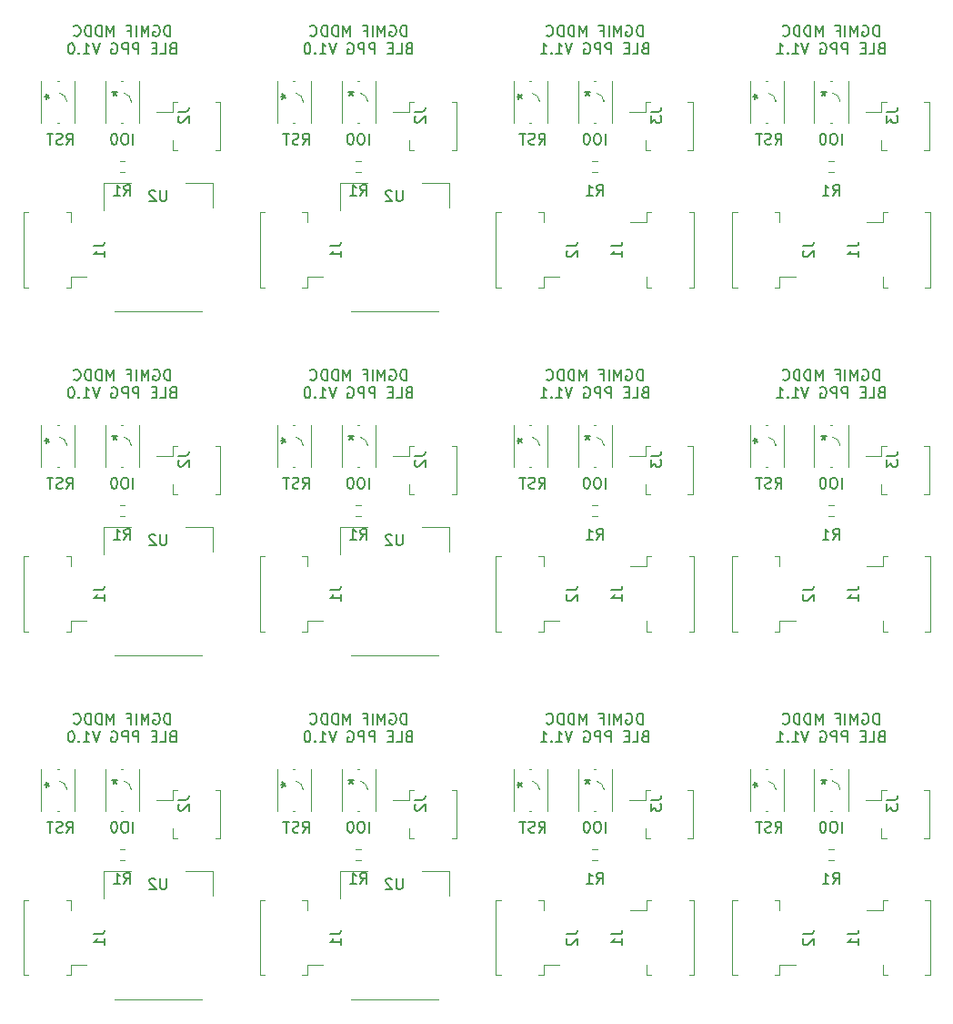
<source format=gbo>
%MOIN*%
%OFA0B0*%
%FSLAX46Y46*%
%IPPOS*%
%LPD*%
%ADD10C,0.005905511811023622*%
%ADD11C,0.0047244094488188976*%
%ADD22C,0.005905511811023622*%
%ADD23C,0.0047244094488188976*%
%ADD24C,0.005905511811023622*%
%ADD25C,0.0047244094488188976*%
%ADD26C,0.005905511811023622*%
%ADD27C,0.0047244094488188976*%
%ADD28C,0.005905511811023622*%
%ADD29C,0.0047244094488188976*%
%ADD30C,0.005905511811023622*%
%ADD31C,0.0047244094488188976*%
%ADD32C,0.005905511811023622*%
%ADD33C,0.0047244094488188976*%
%ADD34C,0.005905511811023622*%
%ADD35C,0.0047244094488188976*%
%ADD36C,0.005905511811023622*%
%ADD37C,0.0047244094488188976*%
%ADD38C,0.005905511811023622*%
%ADD39C,0.0047244094488188976*%
%ADD40C,0.005905511811023622*%
%ADD41C,0.0047244094488188976*%
%ADD42C,0.005905511811023622*%
%ADD43C,0.0047244094488188976*%
G01*
D10*
X0000433070Y0000631796D02*
X0000433070Y0000671166D01*
X0000406824Y0000671166D02*
X0000399325Y0000671166D01*
X0000395575Y0000669291D01*
X0000391825Y0000665541D01*
X0000389951Y0000658042D01*
X0000389951Y0000644919D01*
X0000391825Y0000637420D01*
X0000395575Y0000633670D01*
X0000399325Y0000631796D01*
X0000406824Y0000631796D01*
X0000410573Y0000633670D01*
X0000414323Y0000637420D01*
X0000416197Y0000644919D01*
X0000416197Y0000658042D01*
X0000414323Y0000665541D01*
X0000410573Y0000669291D01*
X0000406824Y0000671166D01*
X0000365579Y0000671166D02*
X0000361829Y0000671166D01*
X0000358080Y0000669291D01*
X0000356205Y0000667416D01*
X0000354330Y0000663667D01*
X0000352455Y0000656167D01*
X0000352455Y0000646794D01*
X0000354330Y0000639295D01*
X0000356205Y0000635545D01*
X0000358080Y0000633670D01*
X0000361829Y0000631796D01*
X0000365579Y0000631796D01*
X0000369328Y0000633670D01*
X0000371203Y0000635545D01*
X0000373078Y0000639295D01*
X0000374953Y0000646794D01*
X0000374953Y0000656167D01*
X0000373078Y0000663667D01*
X0000371203Y0000667416D01*
X0000369328Y0000669291D01*
X0000365579Y0000671166D01*
X0000188882Y0000631796D02*
X0000202005Y0000650543D01*
X0000211379Y0000631796D02*
X0000211379Y0000671166D01*
X0000196381Y0000671166D01*
X0000192632Y0000669291D01*
X0000190757Y0000667416D01*
X0000188882Y0000663667D01*
X0000188882Y0000658042D01*
X0000190757Y0000654293D01*
X0000192632Y0000652418D01*
X0000196381Y0000650543D01*
X0000211379Y0000650543D01*
X0000173884Y0000633670D02*
X0000168260Y0000631796D01*
X0000158886Y0000631796D01*
X0000155136Y0000633670D01*
X0000153262Y0000635545D01*
X0000151387Y0000639295D01*
X0000151387Y0000643044D01*
X0000153262Y0000646794D01*
X0000155136Y0000648668D01*
X0000158886Y0000650543D01*
X0000166385Y0000652418D01*
X0000170134Y0000654293D01*
X0000172009Y0000656167D01*
X0000173884Y0000659917D01*
X0000173884Y0000663667D01*
X0000172009Y0000667416D01*
X0000170134Y0000669291D01*
X0000166385Y0000671166D01*
X0000157011Y0000671166D01*
X0000151387Y0000669291D01*
X0000140138Y0000671166D02*
X0000117641Y0000671166D01*
X0000128890Y0000631796D02*
X0000128890Y0000671166D01*
X0000568991Y0001028449D02*
X0000568991Y0001067819D01*
X0000559617Y0001067819D01*
X0000553993Y0001065944D01*
X0000550243Y0001062195D01*
X0000548368Y0001058445D01*
X0000546494Y0001050946D01*
X0000546494Y0001045322D01*
X0000548368Y0001037823D01*
X0000550243Y0001034073D01*
X0000553993Y0001030324D01*
X0000559617Y0001028449D01*
X0000568991Y0001028449D01*
X0000508998Y0001065944D02*
X0000512748Y0001067819D01*
X0000518372Y0001067819D01*
X0000523996Y0001065944D01*
X0000527746Y0001062195D01*
X0000529621Y0001058445D01*
X0000531496Y0001050946D01*
X0000531496Y0001045322D01*
X0000529621Y0001037823D01*
X0000527746Y0001034073D01*
X0000523996Y0001030324D01*
X0000518372Y0001028449D01*
X0000514623Y0001028449D01*
X0000508998Y0001030324D01*
X0000507124Y0001032199D01*
X0000507124Y0001045322D01*
X0000514623Y0001045322D01*
X0000490251Y0001028449D02*
X0000490251Y0001067819D01*
X0000477127Y0001039698D01*
X0000464004Y0001067819D01*
X0000464004Y0001028449D01*
X0000445256Y0001028449D02*
X0000445256Y0001067819D01*
X0000413385Y0001049071D02*
X0000426509Y0001049071D01*
X0000426509Y0001028449D02*
X0000426509Y0001067819D01*
X0000407761Y0001067819D01*
X0000362767Y0001028449D02*
X0000362767Y0001067819D01*
X0000349643Y0001039698D01*
X0000336520Y0001067819D01*
X0000336520Y0001028449D01*
X0000317772Y0001028449D02*
X0000317772Y0001067819D01*
X0000308398Y0001067819D01*
X0000302774Y0001065944D01*
X0000299025Y0001062195D01*
X0000297150Y0001058445D01*
X0000295275Y0001050946D01*
X0000295275Y0001045322D01*
X0000297150Y0001037823D01*
X0000299025Y0001034073D01*
X0000302774Y0001030324D01*
X0000308398Y0001028449D01*
X0000317772Y0001028449D01*
X0000278402Y0001028449D02*
X0000278402Y0001067819D01*
X0000269028Y0001067819D01*
X0000263404Y0001065944D01*
X0000259655Y0001062195D01*
X0000257780Y0001058445D01*
X0000255905Y0001050946D01*
X0000255905Y0001045322D01*
X0000257780Y0001037823D01*
X0000259655Y0001034073D01*
X0000263404Y0001030324D01*
X0000269028Y0001028449D01*
X0000278402Y0001028449D01*
X0000216535Y0001032199D02*
X0000218410Y0001030324D01*
X0000224034Y0001028449D01*
X0000227783Y0001028449D01*
X0000233408Y0001030324D01*
X0000237157Y0001034073D01*
X0000239032Y0001037823D01*
X0000240907Y0001045322D01*
X0000240907Y0001050946D01*
X0000239032Y0001058445D01*
X0000237157Y0001062195D01*
X0000233408Y0001065944D01*
X0000227783Y0001067819D01*
X0000224034Y0001067819D01*
X0000218410Y0001065944D01*
X0000216535Y0001064070D01*
X0000577427Y0000984111D02*
X0000571803Y0000982236D01*
X0000569928Y0000980361D01*
X0000568053Y0000976612D01*
X0000568053Y0000970987D01*
X0000569928Y0000967238D01*
X0000571803Y0000965363D01*
X0000575552Y0000963488D01*
X0000590551Y0000963488D01*
X0000590551Y0001002859D01*
X0000577427Y0001002859D01*
X0000573678Y0001000984D01*
X0000571803Y0000999109D01*
X0000569928Y0000995359D01*
X0000569928Y0000991610D01*
X0000571803Y0000987860D01*
X0000573678Y0000985986D01*
X0000577427Y0000984111D01*
X0000590551Y0000984111D01*
X0000532433Y0000963488D02*
X0000551181Y0000963488D01*
X0000551181Y0001002859D01*
X0000519310Y0000984111D02*
X0000506186Y0000984111D01*
X0000500562Y0000963488D02*
X0000519310Y0000963488D01*
X0000519310Y0001002859D01*
X0000500562Y0001002859D01*
X0000453693Y0000963488D02*
X0000453693Y0001002859D01*
X0000438695Y0001002859D01*
X0000434945Y0001000984D01*
X0000433070Y0000999109D01*
X0000431196Y0000995359D01*
X0000431196Y0000989735D01*
X0000433070Y0000985986D01*
X0000434945Y0000984111D01*
X0000438695Y0000982236D01*
X0000453693Y0000982236D01*
X0000414323Y0000963488D02*
X0000414323Y0001002859D01*
X0000399325Y0001002859D01*
X0000395575Y0001000984D01*
X0000393700Y0000999109D01*
X0000391825Y0000995359D01*
X0000391825Y0000989735D01*
X0000393700Y0000985986D01*
X0000395575Y0000984111D01*
X0000399325Y0000982236D01*
X0000414323Y0000982236D01*
X0000354330Y0001000984D02*
X0000358080Y0001002859D01*
X0000363704Y0001002859D01*
X0000369328Y0001000984D01*
X0000373078Y0000997234D01*
X0000374953Y0000993485D01*
X0000376827Y0000985986D01*
X0000376827Y0000980361D01*
X0000374953Y0000972862D01*
X0000373078Y0000969113D01*
X0000369328Y0000965363D01*
X0000363704Y0000963488D01*
X0000359954Y0000963488D01*
X0000354330Y0000965363D01*
X0000352455Y0000967238D01*
X0000352455Y0000980361D01*
X0000359954Y0000980361D01*
X0000311211Y0001002859D02*
X0000298087Y0000963488D01*
X0000284964Y0001002859D01*
X0000251218Y0000963488D02*
X0000273715Y0000963488D01*
X0000262467Y0000963488D02*
X0000262467Y0001002859D01*
X0000266216Y0000997234D01*
X0000269966Y0000993485D01*
X0000273715Y0000991610D01*
X0000234345Y0000967238D02*
X0000232470Y0000965363D01*
X0000234345Y0000963488D01*
X0000236220Y0000965363D01*
X0000234345Y0000967238D01*
X0000234345Y0000963488D01*
X0000208098Y0001002859D02*
X0000204349Y0001002859D01*
X0000200599Y0001000984D01*
X0000198725Y0000999109D01*
X0000196850Y0000995359D01*
X0000194975Y0000987860D01*
X0000194975Y0000978487D01*
X0000196850Y0000970987D01*
X0000198725Y0000967238D01*
X0000200599Y0000965363D01*
X0000204349Y0000963488D01*
X0000208098Y0000963488D01*
X0000211848Y0000965363D01*
X0000213723Y0000967238D01*
X0000215598Y0000970987D01*
X0000217472Y0000978487D01*
X0000217472Y0000987860D01*
X0000215598Y0000995359D01*
X0000213723Y0000999109D01*
X0000211848Y0001000984D01*
X0000208098Y0001002859D01*
D11*
X0000162346Y0000820546D02*
G75*
G02*
X0000190980Y0000787401I-0000004866J-0000033144D01*
G01*
X0000190253Y0000794341D02*
G75*
G02*
X0000190980Y0000787401I-0000032773J-0000006939D01*
G01*
X0000162346Y0000820546D02*
G75*
G02*
X0000190980Y0000787401I-0000004866J-0000033144D01*
G01*
X0000154100Y0000864401D02*
X0000160860Y0000864401D01*
X0000095480Y0000710401D02*
X0000095480Y0000864401D01*
X0000160860Y0000710401D02*
X0000154100Y0000710401D01*
X0000219480Y0000864401D02*
X0000219480Y0000710401D01*
X0000398567Y0000820546D02*
G75*
G02*
X0000427200Y0000787401I-0000004866J-0000033144D01*
G01*
X0000426474Y0000794341D02*
G75*
G02*
X0000427200Y0000787401I-0000032773J-0000006939D01*
G01*
X0000398567Y0000820546D02*
G75*
G02*
X0000427200Y0000787401I-0000004866J-0000033144D01*
G01*
X0000390320Y0000864401D02*
X0000397081Y0000864401D01*
X0000331700Y0000710401D02*
X0000331700Y0000864401D01*
X0000397081Y0000710401D02*
X0000390320Y0000710401D01*
X0000455700Y0000864401D02*
X0000455700Y0000710401D01*
X0000384359Y0000571751D02*
X0000403041Y0000571751D01*
X0000384359Y0000530610D02*
X0000403041Y0000530610D01*
X0000364803Y0000022125D02*
X0000684803Y0000022125D01*
X0000324803Y0000392125D02*
X0000324803Y0000492125D01*
X0000324803Y0000492125D02*
X0000424803Y0000492125D01*
X0000624803Y0000492125D02*
X0000724803Y0000492125D01*
X0000724803Y0000492125D02*
X0000724803Y0000402125D01*
X0000596062Y0000786811D02*
X0000578346Y0000786811D01*
X0000578346Y0000786811D02*
X0000578346Y0000749409D01*
X0000578346Y0000749409D02*
X0000519685Y0000749409D01*
X0000596062Y0000610826D02*
X0000578346Y0000610826D01*
X0000578346Y0000610826D02*
X0000578346Y0000648228D01*
X0000734645Y0000786811D02*
X0000752362Y0000786811D01*
X0000752362Y0000786811D02*
X0000752362Y0000610826D01*
X0000752362Y0000610826D02*
X0000734645Y0000610826D01*
X0000187401Y0000108858D02*
X0000205118Y0000108858D01*
X0000205118Y0000108858D02*
X0000205118Y0000146259D01*
X0000205118Y0000146259D02*
X0000263779Y0000146259D01*
X0000187401Y0000383267D02*
X0000205118Y0000383267D01*
X0000205118Y0000383267D02*
X0000205118Y0000345866D01*
X0000048818Y0000108858D02*
X0000031102Y0000108858D01*
X0000031102Y0000108858D02*
X0000031102Y0000383267D01*
X0000031102Y0000383267D02*
X0000048818Y0000383267D01*
D10*
X0000108361Y0000807086D02*
X0000117735Y0000807086D01*
X0000113985Y0000816460D02*
X0000117735Y0000807086D01*
X0000113985Y0000797712D01*
X0000125234Y0000812710D02*
X0000117735Y0000807086D01*
X0000125234Y0000801462D01*
X0000366141Y0000828646D02*
X0000366141Y0000819272D01*
X0000375515Y0000823022D02*
X0000366141Y0000819272D01*
X0000356767Y0000823022D01*
X0000371766Y0000811773D02*
X0000366141Y0000819272D01*
X0000360517Y0000811773D01*
X0000400262Y0000444788D02*
X0000413385Y0000463535D01*
X0000422759Y0000444788D02*
X0000422759Y0000484158D01*
X0000407761Y0000484158D01*
X0000404011Y0000482283D01*
X0000402137Y0000480408D01*
X0000400262Y0000476659D01*
X0000400262Y0000471034D01*
X0000402137Y0000467285D01*
X0000404011Y0000465410D01*
X0000407761Y0000463535D01*
X0000422759Y0000463535D01*
X0000362767Y0000444788D02*
X0000385264Y0000444788D01*
X0000374015Y0000444788D02*
X0000374015Y0000484158D01*
X0000377765Y0000478533D01*
X0000381514Y0000474784D01*
X0000385264Y0000472909D01*
X0000554799Y0000463685D02*
X0000554799Y0000431814D01*
X0000552924Y0000428065D01*
X0000551049Y0000426190D01*
X0000547300Y0000424315D01*
X0000539801Y0000424315D01*
X0000536051Y0000426190D01*
X0000534176Y0000428065D01*
X0000532302Y0000431814D01*
X0000532302Y0000463685D01*
X0000515429Y0000459936D02*
X0000513554Y0000461810D01*
X0000509804Y0000463685D01*
X0000500431Y0000463685D01*
X0000496681Y0000461810D01*
X0000494806Y0000459936D01*
X0000492932Y0000456186D01*
X0000492932Y0000452437D01*
X0000494806Y0000446812D01*
X0000517304Y0000424315D01*
X0000492932Y0000424315D01*
X0000598518Y0000751312D02*
X0000626640Y0000751312D01*
X0000632264Y0000753187D01*
X0000636014Y0000756936D01*
X0000637888Y0000762560D01*
X0000637888Y0000766310D01*
X0000602268Y0000734439D02*
X0000600393Y0000732564D01*
X0000598518Y0000728815D01*
X0000598518Y0000719441D01*
X0000600393Y0000715691D01*
X0000602268Y0000713817D01*
X0000606017Y0000711942D01*
X0000609767Y0000711942D01*
X0000615391Y0000713817D01*
X0000637888Y0000736314D01*
X0000637888Y0000711942D01*
X0000289463Y0000259186D02*
X0000317585Y0000259186D01*
X0000323209Y0000261061D01*
X0000326959Y0000264810D01*
X0000328833Y0000270434D01*
X0000328833Y0000274184D01*
X0000328833Y0000219816D02*
X0000328833Y0000242313D01*
X0000328833Y0000231064D02*
X0000289463Y0000231064D01*
X0000295088Y0000234814D01*
X0000298837Y0000238563D01*
X0000300712Y0000242313D01*
G04 next file*
G04 #@! TF.GenerationSoftware,KiCad,Pcbnew,(5.1.10)-1*
G04 #@! TF.CreationDate,2021-06-29T15:19:49+09:00*
G04 #@! TF.ProjectId,BLE_PPG_v1.1,424c455f-5050-4475-9f76-312e312e6b69,rev?*
G04 #@! TF.SameCoordinates,Original*
G04 #@! TF.FileFunction,Legend,Bot*
G04 #@! TF.FilePolarity,Positive*
G04 Gerber Fmt 4.6, Leading zero omitted, Abs format (unit mm)*
G04 Created by KiCad (PCBNEW (5.1.10)-1) date 2021-06-29 15:19:49*
G01*
G04 APERTURE LIST*
G04 APERTURE END LIST*
D22*
X0002165354Y0001891638D02*
X0002165354Y0001931008D01*
X0002139107Y0001931008D02*
X0002131608Y0001931008D01*
X0002127859Y0001929133D01*
X0002124109Y0001925384D01*
X0002122234Y0001917885D01*
X0002122234Y0001904761D01*
X0002124109Y0001897262D01*
X0002127859Y0001893513D01*
X0002131608Y0001891638D01*
X0002139107Y0001891638D01*
X0002142857Y0001893513D01*
X0002146606Y0001897262D01*
X0002148481Y0001904761D01*
X0002148481Y0001917885D01*
X0002146606Y0001925384D01*
X0002142857Y0001929133D01*
X0002139107Y0001931008D01*
X0002097862Y0001931008D02*
X0002094113Y0001931008D01*
X0002090363Y0001929133D01*
X0002088488Y0001927259D01*
X0002086614Y0001923509D01*
X0002084739Y0001916010D01*
X0002084739Y0001906636D01*
X0002086614Y0001899137D01*
X0002088488Y0001895388D01*
X0002090363Y0001893513D01*
X0002094113Y0001891638D01*
X0002097862Y0001891638D01*
X0002101612Y0001893513D01*
X0002103487Y0001895388D01*
X0002105361Y0001899137D01*
X0002107236Y0001906636D01*
X0002107236Y0001916010D01*
X0002105361Y0001923509D01*
X0002103487Y0001927259D01*
X0002101612Y0001929133D01*
X0002097862Y0001931008D01*
X0001921166Y0001891638D02*
X0001934289Y0001910386D01*
X0001943663Y0001891638D02*
X0001943663Y0001931008D01*
X0001928665Y0001931008D01*
X0001924915Y0001929133D01*
X0001923040Y0001927259D01*
X0001921166Y0001923509D01*
X0001921166Y0001917885D01*
X0001923040Y0001914135D01*
X0001924915Y0001912260D01*
X0001928665Y0001910386D01*
X0001943663Y0001910386D01*
X0001906167Y0001893513D02*
X0001900543Y0001891638D01*
X0001891169Y0001891638D01*
X0001887420Y0001893513D01*
X0001885545Y0001895388D01*
X0001883670Y0001899137D01*
X0001883670Y0001902887D01*
X0001885545Y0001906636D01*
X0001887420Y0001908511D01*
X0001891169Y0001910386D01*
X0001898668Y0001912260D01*
X0001902418Y0001914135D01*
X0001904293Y0001916010D01*
X0001906167Y0001919760D01*
X0001906167Y0001923509D01*
X0001904293Y0001927259D01*
X0001902418Y0001929133D01*
X0001898668Y0001931008D01*
X0001889295Y0001931008D01*
X0001883670Y0001929133D01*
X0001872422Y0001931008D02*
X0001849925Y0001931008D01*
X0001861173Y0001891638D02*
X0001861173Y0001931008D01*
X0002301274Y0002288292D02*
X0002301274Y0002327662D01*
X0002291900Y0002327662D01*
X0002286276Y0002325787D01*
X0002282527Y0002322037D01*
X0002280652Y0002318288D01*
X0002278777Y0002310789D01*
X0002278777Y0002305165D01*
X0002280652Y0002297665D01*
X0002282527Y0002293916D01*
X0002286276Y0002290166D01*
X0002291900Y0002288292D01*
X0002301274Y0002288292D01*
X0002241282Y0002325787D02*
X0002245031Y0002327662D01*
X0002250656Y0002327662D01*
X0002256280Y0002325787D01*
X0002260029Y0002322037D01*
X0002261904Y0002318288D01*
X0002263779Y0002310789D01*
X0002263779Y0002305165D01*
X0002261904Y0002297665D01*
X0002260029Y0002293916D01*
X0002256280Y0002290166D01*
X0002250656Y0002288292D01*
X0002246906Y0002288292D01*
X0002241282Y0002290166D01*
X0002239407Y0002292041D01*
X0002239407Y0002305165D01*
X0002246906Y0002305165D01*
X0002222534Y0002288292D02*
X0002222534Y0002327662D01*
X0002209411Y0002299540D01*
X0002196287Y0002327662D01*
X0002196287Y0002288292D01*
X0002177540Y0002288292D02*
X0002177540Y0002327662D01*
X0002145669Y0002308914D02*
X0002158792Y0002308914D01*
X0002158792Y0002288292D02*
X0002158792Y0002327662D01*
X0002140044Y0002327662D01*
X0002095050Y0002288292D02*
X0002095050Y0002327662D01*
X0002081927Y0002299540D01*
X0002068803Y0002327662D01*
X0002068803Y0002288292D01*
X0002050056Y0002288292D02*
X0002050056Y0002327662D01*
X0002040682Y0002327662D01*
X0002035058Y0002325787D01*
X0002031308Y0002322037D01*
X0002029433Y0002318288D01*
X0002027559Y0002310789D01*
X0002027559Y0002305165D01*
X0002029433Y0002297665D01*
X0002031308Y0002293916D01*
X0002035058Y0002290166D01*
X0002040682Y0002288292D01*
X0002050056Y0002288292D01*
X0002010686Y0002288292D02*
X0002010686Y0002327662D01*
X0002001312Y0002327662D01*
X0001995688Y0002325787D01*
X0001991938Y0002322037D01*
X0001990063Y0002318288D01*
X0001988188Y0002310789D01*
X0001988188Y0002305165D01*
X0001990063Y0002297665D01*
X0001991938Y0002293916D01*
X0001995688Y0002290166D01*
X0002001312Y0002288292D01*
X0002010686Y0002288292D01*
X0001948818Y0002292041D02*
X0001950693Y0002290166D01*
X0001956317Y0002288292D01*
X0001960067Y0002288292D01*
X0001965691Y0002290166D01*
X0001969441Y0002293916D01*
X0001971316Y0002297665D01*
X0001973190Y0002305165D01*
X0001973190Y0002310789D01*
X0001971316Y0002318288D01*
X0001969441Y0002322037D01*
X0001965691Y0002325787D01*
X0001960067Y0002327662D01*
X0001956317Y0002327662D01*
X0001950693Y0002325787D01*
X0001948818Y0002323912D01*
X0002309711Y0002243953D02*
X0002304086Y0002242079D01*
X0002302212Y0002240204D01*
X0002300337Y0002236454D01*
X0002300337Y0002230830D01*
X0002302212Y0002227081D01*
X0002304086Y0002225206D01*
X0002307836Y0002223331D01*
X0002322834Y0002223331D01*
X0002322834Y0002262701D01*
X0002309711Y0002262701D01*
X0002305961Y0002260826D01*
X0002304086Y0002258952D01*
X0002302212Y0002255202D01*
X0002302212Y0002251452D01*
X0002304086Y0002247703D01*
X0002305961Y0002245828D01*
X0002309711Y0002243953D01*
X0002322834Y0002243953D01*
X0002264716Y0002223331D02*
X0002283464Y0002223331D01*
X0002283464Y0002262701D01*
X0002251593Y0002243953D02*
X0002238470Y0002243953D01*
X0002232845Y0002223331D02*
X0002251593Y0002223331D01*
X0002251593Y0002262701D01*
X0002232845Y0002262701D01*
X0002185976Y0002223331D02*
X0002185976Y0002262701D01*
X0002170978Y0002262701D01*
X0002167229Y0002260826D01*
X0002165354Y0002258952D01*
X0002163479Y0002255202D01*
X0002163479Y0002249578D01*
X0002165354Y0002245828D01*
X0002167229Y0002243953D01*
X0002170978Y0002242079D01*
X0002185976Y0002242079D01*
X0002146606Y0002223331D02*
X0002146606Y0002262701D01*
X0002131608Y0002262701D01*
X0002127859Y0002260826D01*
X0002125984Y0002258952D01*
X0002124109Y0002255202D01*
X0002124109Y0002249578D01*
X0002125984Y0002245828D01*
X0002127859Y0002243953D01*
X0002131608Y0002242079D01*
X0002146606Y0002242079D01*
X0002086614Y0002260826D02*
X0002090363Y0002262701D01*
X0002095987Y0002262701D01*
X0002101612Y0002260826D01*
X0002105361Y0002257077D01*
X0002107236Y0002253327D01*
X0002109111Y0002245828D01*
X0002109111Y0002240204D01*
X0002107236Y0002232705D01*
X0002105361Y0002228955D01*
X0002101612Y0002225206D01*
X0002095987Y0002223331D01*
X0002092238Y0002223331D01*
X0002086614Y0002225206D01*
X0002084739Y0002227081D01*
X0002084739Y0002240204D01*
X0002092238Y0002240204D01*
X0002043494Y0002262701D02*
X0002030371Y0002223331D01*
X0002017247Y0002262701D01*
X0001983502Y0002223331D02*
X0002005999Y0002223331D01*
X0001994750Y0002223331D02*
X0001994750Y0002262701D01*
X0001998500Y0002257077D01*
X0002002249Y0002253327D01*
X0002005999Y0002251452D01*
X0001966629Y0002227081D02*
X0001964754Y0002225206D01*
X0001966629Y0002223331D01*
X0001968503Y0002225206D01*
X0001966629Y0002227081D01*
X0001966629Y0002223331D01*
X0001927259Y0002223331D02*
X0001949756Y0002223331D01*
X0001938507Y0002223331D02*
X0001938507Y0002262701D01*
X0001942257Y0002257077D01*
X0001946006Y0002253327D01*
X0001949756Y0002251452D01*
D23*
X0002332283Y0001643110D02*
X0002314566Y0001643110D01*
X0002314566Y0001643110D02*
X0002314566Y0001605708D01*
X0002314566Y0001605708D02*
X0002255905Y0001605708D01*
X0002332283Y0001368700D02*
X0002314566Y0001368700D01*
X0002314566Y0001368700D02*
X0002314566Y0001406102D01*
X0002470866Y0001643110D02*
X0002488582Y0001643110D01*
X0002488582Y0001643110D02*
X0002488582Y0001368700D01*
X0002488582Y0001368700D02*
X0002470866Y0001368700D01*
X0001886383Y0002124244D02*
X0001893144Y0002124244D01*
X0001827763Y0001970244D02*
X0001827763Y0002124244D01*
X0001893144Y0001970244D02*
X0001886383Y0001970244D01*
X0001951763Y0002124244D02*
X0001951763Y0001970244D01*
X0001894630Y0002080388D02*
G75*
G02*
X0001923263Y0002047244I-0000004866J-0000033144D01*
G01*
X0001922537Y0002054183D02*
G75*
G02*
X0001923263Y0002047244I-0000032773J-0000006939D01*
G01*
X0001894630Y0002080388D02*
G75*
G02*
X0001923263Y0002047244I-0000004866J-0000033144D01*
G01*
X0002122603Y0002124244D02*
X0002129364Y0002124244D01*
X0002063984Y0001970244D02*
X0002063984Y0002124244D01*
X0002129364Y0001970244D02*
X0002122603Y0001970244D01*
X0002187984Y0002124244D02*
X0002187984Y0001970244D01*
X0002130850Y0002080388D02*
G75*
G02*
X0002159484Y0002047244I-0000004866J-0000033144D01*
G01*
X0002158757Y0002054183D02*
G75*
G02*
X0002159484Y0002047244I-0000032773J-0000006939D01*
G01*
X0002130850Y0002080388D02*
G75*
G02*
X0002159484Y0002047244I-0000004866J-0000033144D01*
G01*
X0002116643Y0001831594D02*
X0002135325Y0001831594D01*
X0002116643Y0001790452D02*
X0002135325Y0001790452D01*
X0002328346Y0002046653D02*
X0002310629Y0002046653D01*
X0002310629Y0002046653D02*
X0002310629Y0002009251D01*
X0002310629Y0002009251D02*
X0002251968Y0002009251D01*
X0002328346Y0001870669D02*
X0002310629Y0001870669D01*
X0002310629Y0001870669D02*
X0002310629Y0001908070D01*
X0002466929Y0002046653D02*
X0002484645Y0002046653D01*
X0002484645Y0002046653D02*
X0002484645Y0001870669D01*
X0002484645Y0001870669D02*
X0002466929Y0001870669D01*
X0001919685Y0001368700D02*
X0001937401Y0001368700D01*
X0001937401Y0001368700D02*
X0001937401Y0001406102D01*
X0001937401Y0001406102D02*
X0001996062Y0001406102D01*
X0001919685Y0001643110D02*
X0001937401Y0001643110D01*
X0001937401Y0001643110D02*
X0001937401Y0001605708D01*
X0001781102Y0001368700D02*
X0001763385Y0001368700D01*
X0001763385Y0001368700D02*
X0001763385Y0001643110D01*
X0001763385Y0001643110D02*
X0001781102Y0001643110D01*
D22*
X0002187101Y0001519028D02*
X0002215223Y0001519028D01*
X0002220847Y0001520903D01*
X0002224596Y0001524653D01*
X0002226471Y0001530277D01*
X0002226471Y0001534026D01*
X0002226471Y0001479658D02*
X0002226471Y0001502155D01*
X0002226471Y0001490907D02*
X0002187101Y0001490907D01*
X0002192725Y0001494656D01*
X0002196475Y0001498406D01*
X0002198350Y0001502155D01*
X0001840644Y0002066929D02*
X0001850018Y0002066929D01*
X0001846269Y0002076302D02*
X0001850018Y0002066929D01*
X0001846269Y0002057555D01*
X0001857517Y0002072553D02*
X0001850018Y0002066929D01*
X0001857517Y0002061304D01*
X0002098425Y0002088488D02*
X0002098425Y0002079115D01*
X0002107799Y0002082864D02*
X0002098425Y0002079115D01*
X0002089051Y0002082864D01*
X0002104049Y0002071616D02*
X0002098425Y0002079115D01*
X0002092800Y0002071616D01*
X0002132545Y0001704630D02*
X0002145669Y0001723378D01*
X0002155043Y0001704630D02*
X0002155043Y0001744000D01*
X0002140044Y0001744000D01*
X0002136295Y0001742125D01*
X0002134420Y0001740251D01*
X0002132545Y0001736501D01*
X0002132545Y0001730877D01*
X0002134420Y0001727127D01*
X0002136295Y0001725253D01*
X0002140044Y0001723378D01*
X0002155043Y0001723378D01*
X0002095050Y0001704630D02*
X0002117547Y0001704630D01*
X0002106299Y0001704630D02*
X0002106299Y0001744000D01*
X0002110048Y0001738376D01*
X0002113798Y0001734626D01*
X0002117547Y0001732752D01*
X0002330802Y0002011154D02*
X0002358923Y0002011154D01*
X0002364548Y0002013029D01*
X0002368297Y0002016779D01*
X0002370172Y0002022403D01*
X0002370172Y0002026152D01*
X0002330802Y0001996156D02*
X0002330802Y0001971784D01*
X0002345800Y0001984908D01*
X0002345800Y0001979283D01*
X0002347675Y0001975534D01*
X0002349550Y0001973659D01*
X0002353299Y0001971784D01*
X0002362673Y0001971784D01*
X0002366422Y0001973659D01*
X0002368297Y0001975534D01*
X0002370172Y0001979283D01*
X0002370172Y0001990532D01*
X0002368297Y0001994281D01*
X0002366422Y0001996156D01*
X0002021747Y0001519028D02*
X0002049868Y0001519028D01*
X0002055493Y0001520903D01*
X0002059242Y0001524653D01*
X0002061117Y0001530277D01*
X0002061117Y0001534026D01*
X0002025496Y0001502155D02*
X0002023622Y0001500281D01*
X0002021747Y0001496531D01*
X0002021747Y0001487157D01*
X0002023622Y0001483408D01*
X0002025496Y0001481533D01*
X0002029246Y0001479658D01*
X0002032995Y0001479658D01*
X0002038620Y0001481533D01*
X0002061117Y0001504030D01*
X0002061117Y0001479658D01*
G04 next file*
G04 #@! TF.GenerationSoftware,KiCad,Pcbnew,(5.1.10)-1*
G04 #@! TF.CreationDate,2021-06-29T14:50:17+09:00*
G04 #@! TF.ProjectId,ble_spo2_dgmif,626c655f-7370-46f3-925f-64676d69662e,rev?*
G04 #@! TF.SameCoordinates,Original*
G04 #@! TF.FileFunction,Legend,Bot*
G04 #@! TF.FilePolarity,Positive*
G04 Gerber Fmt 4.6, Leading zero omitted, Abs format (unit mm)*
G04 Created by KiCad (PCBNEW (5.1.10)-1) date 2021-06-29 14:50:17*
G01*
G04 APERTURE LIST*
G04 APERTURE END LIST*
D24*
X0000433070Y0001891638D02*
X0000433070Y0001931008D01*
X0000406824Y0001931008D02*
X0000399325Y0001931008D01*
X0000395575Y0001929133D01*
X0000391825Y0001925384D01*
X0000389951Y0001917885D01*
X0000389951Y0001904761D01*
X0000391825Y0001897262D01*
X0000395575Y0001893513D01*
X0000399325Y0001891638D01*
X0000406824Y0001891638D01*
X0000410573Y0001893513D01*
X0000414323Y0001897262D01*
X0000416197Y0001904761D01*
X0000416197Y0001917885D01*
X0000414323Y0001925384D01*
X0000410573Y0001929133D01*
X0000406824Y0001931008D01*
X0000365579Y0001931008D02*
X0000361829Y0001931008D01*
X0000358080Y0001929133D01*
X0000356205Y0001927259D01*
X0000354330Y0001923509D01*
X0000352455Y0001916010D01*
X0000352455Y0001906636D01*
X0000354330Y0001899137D01*
X0000356205Y0001895388D01*
X0000358080Y0001893513D01*
X0000361829Y0001891638D01*
X0000365579Y0001891638D01*
X0000369328Y0001893513D01*
X0000371203Y0001895388D01*
X0000373078Y0001899137D01*
X0000374953Y0001906636D01*
X0000374953Y0001916010D01*
X0000373078Y0001923509D01*
X0000371203Y0001927259D01*
X0000369328Y0001929133D01*
X0000365579Y0001931008D01*
X0000188882Y0001891638D02*
X0000202005Y0001910386D01*
X0000211379Y0001891638D02*
X0000211379Y0001931008D01*
X0000196381Y0001931008D01*
X0000192632Y0001929133D01*
X0000190757Y0001927259D01*
X0000188882Y0001923509D01*
X0000188882Y0001917885D01*
X0000190757Y0001914135D01*
X0000192632Y0001912260D01*
X0000196381Y0001910386D01*
X0000211379Y0001910386D01*
X0000173884Y0001893513D02*
X0000168260Y0001891638D01*
X0000158886Y0001891638D01*
X0000155136Y0001893513D01*
X0000153262Y0001895388D01*
X0000151387Y0001899137D01*
X0000151387Y0001902887D01*
X0000153262Y0001906636D01*
X0000155136Y0001908511D01*
X0000158886Y0001910386D01*
X0000166385Y0001912260D01*
X0000170134Y0001914135D01*
X0000172009Y0001916010D01*
X0000173884Y0001919760D01*
X0000173884Y0001923509D01*
X0000172009Y0001927259D01*
X0000170134Y0001929133D01*
X0000166385Y0001931008D01*
X0000157011Y0001931008D01*
X0000151387Y0001929133D01*
X0000140138Y0001931008D02*
X0000117641Y0001931008D01*
X0000128890Y0001891638D02*
X0000128890Y0001931008D01*
X0000568991Y0002288292D02*
X0000568991Y0002327662D01*
X0000559617Y0002327662D01*
X0000553993Y0002325787D01*
X0000550243Y0002322037D01*
X0000548368Y0002318288D01*
X0000546494Y0002310789D01*
X0000546494Y0002305165D01*
X0000548368Y0002297665D01*
X0000550243Y0002293916D01*
X0000553993Y0002290166D01*
X0000559617Y0002288292D01*
X0000568991Y0002288292D01*
X0000508998Y0002325787D02*
X0000512748Y0002327662D01*
X0000518372Y0002327662D01*
X0000523996Y0002325787D01*
X0000527746Y0002322037D01*
X0000529621Y0002318288D01*
X0000531496Y0002310789D01*
X0000531496Y0002305165D01*
X0000529621Y0002297665D01*
X0000527746Y0002293916D01*
X0000523996Y0002290166D01*
X0000518372Y0002288292D01*
X0000514623Y0002288292D01*
X0000508998Y0002290166D01*
X0000507124Y0002292041D01*
X0000507124Y0002305165D01*
X0000514623Y0002305165D01*
X0000490251Y0002288292D02*
X0000490251Y0002327662D01*
X0000477127Y0002299540D01*
X0000464004Y0002327662D01*
X0000464004Y0002288292D01*
X0000445256Y0002288292D02*
X0000445256Y0002327662D01*
X0000413385Y0002308914D02*
X0000426509Y0002308914D01*
X0000426509Y0002288292D02*
X0000426509Y0002327662D01*
X0000407761Y0002327662D01*
X0000362767Y0002288292D02*
X0000362767Y0002327662D01*
X0000349643Y0002299540D01*
X0000336520Y0002327662D01*
X0000336520Y0002288292D01*
X0000317772Y0002288292D02*
X0000317772Y0002327662D01*
X0000308398Y0002327662D01*
X0000302774Y0002325787D01*
X0000299025Y0002322037D01*
X0000297150Y0002318288D01*
X0000295275Y0002310789D01*
X0000295275Y0002305165D01*
X0000297150Y0002297665D01*
X0000299025Y0002293916D01*
X0000302774Y0002290166D01*
X0000308398Y0002288292D01*
X0000317772Y0002288292D01*
X0000278402Y0002288292D02*
X0000278402Y0002327662D01*
X0000269028Y0002327662D01*
X0000263404Y0002325787D01*
X0000259655Y0002322037D01*
X0000257780Y0002318288D01*
X0000255905Y0002310789D01*
X0000255905Y0002305165D01*
X0000257780Y0002297665D01*
X0000259655Y0002293916D01*
X0000263404Y0002290166D01*
X0000269028Y0002288292D01*
X0000278402Y0002288292D01*
X0000216535Y0002292041D02*
X0000218410Y0002290166D01*
X0000224034Y0002288292D01*
X0000227783Y0002288292D01*
X0000233408Y0002290166D01*
X0000237157Y0002293916D01*
X0000239032Y0002297665D01*
X0000240907Y0002305165D01*
X0000240907Y0002310789D01*
X0000239032Y0002318288D01*
X0000237157Y0002322037D01*
X0000233408Y0002325787D01*
X0000227783Y0002327662D01*
X0000224034Y0002327662D01*
X0000218410Y0002325787D01*
X0000216535Y0002323912D01*
X0000577427Y0002243953D02*
X0000571803Y0002242079D01*
X0000569928Y0002240204D01*
X0000568053Y0002236454D01*
X0000568053Y0002230830D01*
X0000569928Y0002227081D01*
X0000571803Y0002225206D01*
X0000575552Y0002223331D01*
X0000590551Y0002223331D01*
X0000590551Y0002262701D01*
X0000577427Y0002262701D01*
X0000573678Y0002260826D01*
X0000571803Y0002258952D01*
X0000569928Y0002255202D01*
X0000569928Y0002251452D01*
X0000571803Y0002247703D01*
X0000573678Y0002245828D01*
X0000577427Y0002243953D01*
X0000590551Y0002243953D01*
X0000532433Y0002223331D02*
X0000551181Y0002223331D01*
X0000551181Y0002262701D01*
X0000519310Y0002243953D02*
X0000506186Y0002243953D01*
X0000500562Y0002223331D02*
X0000519310Y0002223331D01*
X0000519310Y0002262701D01*
X0000500562Y0002262701D01*
X0000453693Y0002223331D02*
X0000453693Y0002262701D01*
X0000438695Y0002262701D01*
X0000434945Y0002260826D01*
X0000433070Y0002258952D01*
X0000431196Y0002255202D01*
X0000431196Y0002249578D01*
X0000433070Y0002245828D01*
X0000434945Y0002243953D01*
X0000438695Y0002242079D01*
X0000453693Y0002242079D01*
X0000414323Y0002223331D02*
X0000414323Y0002262701D01*
X0000399325Y0002262701D01*
X0000395575Y0002260826D01*
X0000393700Y0002258952D01*
X0000391825Y0002255202D01*
X0000391825Y0002249578D01*
X0000393700Y0002245828D01*
X0000395575Y0002243953D01*
X0000399325Y0002242079D01*
X0000414323Y0002242079D01*
X0000354330Y0002260826D02*
X0000358080Y0002262701D01*
X0000363704Y0002262701D01*
X0000369328Y0002260826D01*
X0000373078Y0002257077D01*
X0000374953Y0002253327D01*
X0000376827Y0002245828D01*
X0000376827Y0002240204D01*
X0000374953Y0002232705D01*
X0000373078Y0002228955D01*
X0000369328Y0002225206D01*
X0000363704Y0002223331D01*
X0000359954Y0002223331D01*
X0000354330Y0002225206D01*
X0000352455Y0002227081D01*
X0000352455Y0002240204D01*
X0000359954Y0002240204D01*
X0000311211Y0002262701D02*
X0000298087Y0002223331D01*
X0000284964Y0002262701D01*
X0000251218Y0002223331D02*
X0000273715Y0002223331D01*
X0000262467Y0002223331D02*
X0000262467Y0002262701D01*
X0000266216Y0002257077D01*
X0000269966Y0002253327D01*
X0000273715Y0002251452D01*
X0000234345Y0002227081D02*
X0000232470Y0002225206D01*
X0000234345Y0002223331D01*
X0000236220Y0002225206D01*
X0000234345Y0002227081D01*
X0000234345Y0002223331D01*
X0000208098Y0002262701D02*
X0000204349Y0002262701D01*
X0000200599Y0002260826D01*
X0000198725Y0002258952D01*
X0000196850Y0002255202D01*
X0000194975Y0002247703D01*
X0000194975Y0002238329D01*
X0000196850Y0002230830D01*
X0000198725Y0002227081D01*
X0000200599Y0002225206D01*
X0000204349Y0002223331D01*
X0000208098Y0002223331D01*
X0000211848Y0002225206D01*
X0000213723Y0002227081D01*
X0000215598Y0002230830D01*
X0000217472Y0002238329D01*
X0000217472Y0002247703D01*
X0000215598Y0002255202D01*
X0000213723Y0002258952D01*
X0000211848Y0002260826D01*
X0000208098Y0002262701D01*
D25*
X0000162346Y0002080388D02*
G75*
G02*
X0000190980Y0002047244I-0000004866J-0000033144D01*
G01*
X0000190253Y0002054183D02*
G75*
G02*
X0000190980Y0002047244I-0000032773J-0000006939D01*
G01*
X0000162346Y0002080388D02*
G75*
G02*
X0000190980Y0002047244I-0000004866J-0000033144D01*
G01*
X0000154100Y0002124244D02*
X0000160860Y0002124244D01*
X0000095480Y0001970244D02*
X0000095480Y0002124244D01*
X0000160860Y0001970244D02*
X0000154100Y0001970244D01*
X0000219480Y0002124244D02*
X0000219480Y0001970244D01*
X0000398567Y0002080388D02*
G75*
G02*
X0000427200Y0002047244I-0000004866J-0000033144D01*
G01*
X0000426474Y0002054183D02*
G75*
G02*
X0000427200Y0002047244I-0000032773J-0000006939D01*
G01*
X0000398567Y0002080388D02*
G75*
G02*
X0000427200Y0002047244I-0000004866J-0000033144D01*
G01*
X0000390320Y0002124244D02*
X0000397081Y0002124244D01*
X0000331700Y0001970244D02*
X0000331700Y0002124244D01*
X0000397081Y0001970244D02*
X0000390320Y0001970244D01*
X0000455700Y0002124244D02*
X0000455700Y0001970244D01*
X0000384359Y0001831594D02*
X0000403041Y0001831594D01*
X0000384359Y0001790452D02*
X0000403041Y0001790452D01*
X0000364803Y0001281968D02*
X0000684803Y0001281968D01*
X0000324803Y0001651968D02*
X0000324803Y0001751968D01*
X0000324803Y0001751968D02*
X0000424803Y0001751968D01*
X0000624803Y0001751968D02*
X0000724803Y0001751968D01*
X0000724803Y0001751968D02*
X0000724803Y0001661968D01*
X0000596062Y0002046653D02*
X0000578346Y0002046653D01*
X0000578346Y0002046653D02*
X0000578346Y0002009251D01*
X0000578346Y0002009251D02*
X0000519685Y0002009251D01*
X0000596062Y0001870669D02*
X0000578346Y0001870669D01*
X0000578346Y0001870669D02*
X0000578346Y0001908070D01*
X0000734645Y0002046653D02*
X0000752362Y0002046653D01*
X0000752362Y0002046653D02*
X0000752362Y0001870669D01*
X0000752362Y0001870669D02*
X0000734645Y0001870669D01*
X0000187401Y0001368700D02*
X0000205118Y0001368700D01*
X0000205118Y0001368700D02*
X0000205118Y0001406102D01*
X0000205118Y0001406102D02*
X0000263779Y0001406102D01*
X0000187401Y0001643110D02*
X0000205118Y0001643110D01*
X0000205118Y0001643110D02*
X0000205118Y0001605708D01*
X0000048818Y0001368700D02*
X0000031102Y0001368700D01*
X0000031102Y0001368700D02*
X0000031102Y0001643110D01*
X0000031102Y0001643110D02*
X0000048818Y0001643110D01*
D24*
X0000108361Y0002066929D02*
X0000117735Y0002066929D01*
X0000113985Y0002076302D02*
X0000117735Y0002066929D01*
X0000113985Y0002057555D01*
X0000125234Y0002072553D02*
X0000117735Y0002066929D01*
X0000125234Y0002061304D01*
X0000366141Y0002088488D02*
X0000366141Y0002079115D01*
X0000375515Y0002082864D02*
X0000366141Y0002079115D01*
X0000356767Y0002082864D01*
X0000371766Y0002071616D02*
X0000366141Y0002079115D01*
X0000360517Y0002071616D01*
X0000400262Y0001704630D02*
X0000413385Y0001723378D01*
X0000422759Y0001704630D02*
X0000422759Y0001744000D01*
X0000407761Y0001744000D01*
X0000404011Y0001742125D01*
X0000402137Y0001740251D01*
X0000400262Y0001736501D01*
X0000400262Y0001730877D01*
X0000402137Y0001727127D01*
X0000404011Y0001725253D01*
X0000407761Y0001723378D01*
X0000422759Y0001723378D01*
X0000362767Y0001704630D02*
X0000385264Y0001704630D01*
X0000374015Y0001704630D02*
X0000374015Y0001744000D01*
X0000377765Y0001738376D01*
X0000381514Y0001734626D01*
X0000385264Y0001732752D01*
X0000554799Y0001723528D02*
X0000554799Y0001691657D01*
X0000552924Y0001687907D01*
X0000551049Y0001686033D01*
X0000547300Y0001684158D01*
X0000539801Y0001684158D01*
X0000536051Y0001686033D01*
X0000534176Y0001687907D01*
X0000532302Y0001691657D01*
X0000532302Y0001723528D01*
X0000515429Y0001719778D02*
X0000513554Y0001721653D01*
X0000509804Y0001723528D01*
X0000500431Y0001723528D01*
X0000496681Y0001721653D01*
X0000494806Y0001719778D01*
X0000492932Y0001716029D01*
X0000492932Y0001712279D01*
X0000494806Y0001706655D01*
X0000517304Y0001684158D01*
X0000492932Y0001684158D01*
X0000598518Y0002011154D02*
X0000626640Y0002011154D01*
X0000632264Y0002013029D01*
X0000636014Y0002016779D01*
X0000637888Y0002022403D01*
X0000637888Y0002026152D01*
X0000602268Y0001994281D02*
X0000600393Y0001992407D01*
X0000598518Y0001988657D01*
X0000598518Y0001979283D01*
X0000600393Y0001975534D01*
X0000602268Y0001973659D01*
X0000606017Y0001971784D01*
X0000609767Y0001971784D01*
X0000615391Y0001973659D01*
X0000637888Y0001996156D01*
X0000637888Y0001971784D01*
X0000289463Y0001519028D02*
X0000317585Y0001519028D01*
X0000323209Y0001520903D01*
X0000326959Y0001524653D01*
X0000328833Y0001530277D01*
X0000328833Y0001534026D01*
X0000328833Y0001479658D02*
X0000328833Y0001502155D01*
X0000328833Y0001490907D02*
X0000289463Y0001490907D01*
X0000295088Y0001494656D01*
X0000298837Y0001498406D01*
X0000300712Y0001502155D01*
G04 next file*
G04 #@! TF.GenerationSoftware,KiCad,Pcbnew,(5.1.10)-1*
G04 #@! TF.CreationDate,2021-06-29T14:50:17+09:00*
G04 #@! TF.ProjectId,ble_spo2_dgmif,626c655f-7370-46f3-925f-64676d69662e,rev?*
G04 #@! TF.SameCoordinates,Original*
G04 #@! TF.FileFunction,Legend,Bot*
G04 #@! TF.FilePolarity,Positive*
G04 Gerber Fmt 4.6, Leading zero omitted, Abs format (unit mm)*
G04 Created by KiCad (PCBNEW (5.1.10)-1) date 2021-06-29 14:50:17*
G01*
G04 APERTURE LIST*
G04 APERTURE END LIST*
D26*
X0001299212Y0000631796D02*
X0001299212Y0000671166D01*
X0001272965Y0000671166D02*
X0001265466Y0000671166D01*
X0001261717Y0000669291D01*
X0001257967Y0000665541D01*
X0001256092Y0000658042D01*
X0001256092Y0000644919D01*
X0001257967Y0000637420D01*
X0001261717Y0000633670D01*
X0001265466Y0000631796D01*
X0001272965Y0000631796D01*
X0001276715Y0000633670D01*
X0001280464Y0000637420D01*
X0001282339Y0000644919D01*
X0001282339Y0000658042D01*
X0001280464Y0000665541D01*
X0001276715Y0000669291D01*
X0001272965Y0000671166D01*
X0001231721Y0000671166D02*
X0001227971Y0000671166D01*
X0001224221Y0000669291D01*
X0001222347Y0000667416D01*
X0001220472Y0000663667D01*
X0001218597Y0000656167D01*
X0001218597Y0000646794D01*
X0001220472Y0000639295D01*
X0001222347Y0000635545D01*
X0001224221Y0000633670D01*
X0001227971Y0000631796D01*
X0001231721Y0000631796D01*
X0001235470Y0000633670D01*
X0001237345Y0000635545D01*
X0001239220Y0000639295D01*
X0001241094Y0000646794D01*
X0001241094Y0000656167D01*
X0001239220Y0000663667D01*
X0001237345Y0000667416D01*
X0001235470Y0000669291D01*
X0001231721Y0000671166D01*
X0001055024Y0000631796D02*
X0001068147Y0000650543D01*
X0001077521Y0000631796D02*
X0001077521Y0000671166D01*
X0001062523Y0000671166D01*
X0001058773Y0000669291D01*
X0001056899Y0000667416D01*
X0001055024Y0000663667D01*
X0001055024Y0000658042D01*
X0001056899Y0000654293D01*
X0001058773Y0000652418D01*
X0001062523Y0000650543D01*
X0001077521Y0000650543D01*
X0001040026Y0000633670D02*
X0001034401Y0000631796D01*
X0001025028Y0000631796D01*
X0001021278Y0000633670D01*
X0001019403Y0000635545D01*
X0001017529Y0000639295D01*
X0001017529Y0000643044D01*
X0001019403Y0000646794D01*
X0001021278Y0000648668D01*
X0001025028Y0000650543D01*
X0001032527Y0000652418D01*
X0001036276Y0000654293D01*
X0001038151Y0000656167D01*
X0001040026Y0000659917D01*
X0001040026Y0000663667D01*
X0001038151Y0000667416D01*
X0001036276Y0000669291D01*
X0001032527Y0000671166D01*
X0001023153Y0000671166D01*
X0001017529Y0000669291D01*
X0001006280Y0000671166D02*
X0000983783Y0000671166D01*
X0000995031Y0000631796D02*
X0000995031Y0000671166D01*
X0001435133Y0001028449D02*
X0001435133Y0001067819D01*
X0001425759Y0001067819D01*
X0001420134Y0001065944D01*
X0001416385Y0001062195D01*
X0001414510Y0001058445D01*
X0001412635Y0001050946D01*
X0001412635Y0001045322D01*
X0001414510Y0001037823D01*
X0001416385Y0001034073D01*
X0001420134Y0001030324D01*
X0001425759Y0001028449D01*
X0001435133Y0001028449D01*
X0001375140Y0001065944D02*
X0001378890Y0001067819D01*
X0001384514Y0001067819D01*
X0001390138Y0001065944D01*
X0001393888Y0001062195D01*
X0001395762Y0001058445D01*
X0001397637Y0001050946D01*
X0001397637Y0001045322D01*
X0001395762Y0001037823D01*
X0001393888Y0001034073D01*
X0001390138Y0001030324D01*
X0001384514Y0001028449D01*
X0001380764Y0001028449D01*
X0001375140Y0001030324D01*
X0001373265Y0001032199D01*
X0001373265Y0001045322D01*
X0001380764Y0001045322D01*
X0001356392Y0001028449D02*
X0001356392Y0001067819D01*
X0001343269Y0001039698D01*
X0001330146Y0001067819D01*
X0001330146Y0001028449D01*
X0001311398Y0001028449D02*
X0001311398Y0001067819D01*
X0001279527Y0001049071D02*
X0001292650Y0001049071D01*
X0001292650Y0001028449D02*
X0001292650Y0001067819D01*
X0001273903Y0001067819D01*
X0001228908Y0001028449D02*
X0001228908Y0001067819D01*
X0001215785Y0001039698D01*
X0001202662Y0001067819D01*
X0001202662Y0001028449D01*
X0001183914Y0001028449D02*
X0001183914Y0001067819D01*
X0001174540Y0001067819D01*
X0001168916Y0001065944D01*
X0001165166Y0001062195D01*
X0001163292Y0001058445D01*
X0001161417Y0001050946D01*
X0001161417Y0001045322D01*
X0001163292Y0001037823D01*
X0001165166Y0001034073D01*
X0001168916Y0001030324D01*
X0001174540Y0001028449D01*
X0001183914Y0001028449D01*
X0001144544Y0001028449D02*
X0001144544Y0001067819D01*
X0001135170Y0001067819D01*
X0001129546Y0001065944D01*
X0001125796Y0001062195D01*
X0001123921Y0001058445D01*
X0001122047Y0001050946D01*
X0001122047Y0001045322D01*
X0001123921Y0001037823D01*
X0001125796Y0001034073D01*
X0001129546Y0001030324D01*
X0001135170Y0001028449D01*
X0001144544Y0001028449D01*
X0001082677Y0001032199D02*
X0001084551Y0001030324D01*
X0001090176Y0001028449D01*
X0001093925Y0001028449D01*
X0001099550Y0001030324D01*
X0001103299Y0001034073D01*
X0001105174Y0001037823D01*
X0001107049Y0001045322D01*
X0001107049Y0001050946D01*
X0001105174Y0001058445D01*
X0001103299Y0001062195D01*
X0001099550Y0001065944D01*
X0001093925Y0001067819D01*
X0001090176Y0001067819D01*
X0001084551Y0001065944D01*
X0001082677Y0001064070D01*
X0001443569Y0000984111D02*
X0001437945Y0000982236D01*
X0001436070Y0000980361D01*
X0001434195Y0000976612D01*
X0001434195Y0000970987D01*
X0001436070Y0000967238D01*
X0001437945Y0000965363D01*
X0001441694Y0000963488D01*
X0001456692Y0000963488D01*
X0001456692Y0001002859D01*
X0001443569Y0001002859D01*
X0001439819Y0001000984D01*
X0001437945Y0000999109D01*
X0001436070Y0000995359D01*
X0001436070Y0000991610D01*
X0001437945Y0000987860D01*
X0001439819Y0000985986D01*
X0001443569Y0000984111D01*
X0001456692Y0000984111D01*
X0001398575Y0000963488D02*
X0001417322Y0000963488D01*
X0001417322Y0001002859D01*
X0001385451Y0000984111D02*
X0001372328Y0000984111D01*
X0001366704Y0000963488D02*
X0001385451Y0000963488D01*
X0001385451Y0001002859D01*
X0001366704Y0001002859D01*
X0001319835Y0000963488D02*
X0001319835Y0001002859D01*
X0001304836Y0001002859D01*
X0001301087Y0001000984D01*
X0001299212Y0000999109D01*
X0001297337Y0000995359D01*
X0001297337Y0000989735D01*
X0001299212Y0000985986D01*
X0001301087Y0000984111D01*
X0001304836Y0000982236D01*
X0001319835Y0000982236D01*
X0001280464Y0000963488D02*
X0001280464Y0001002859D01*
X0001265466Y0001002859D01*
X0001261717Y0001000984D01*
X0001259842Y0000999109D01*
X0001257967Y0000995359D01*
X0001257967Y0000989735D01*
X0001259842Y0000985986D01*
X0001261717Y0000984111D01*
X0001265466Y0000982236D01*
X0001280464Y0000982236D01*
X0001220472Y0001000984D02*
X0001224221Y0001002859D01*
X0001229846Y0001002859D01*
X0001235470Y0001000984D01*
X0001239220Y0000997234D01*
X0001241094Y0000993485D01*
X0001242969Y0000985986D01*
X0001242969Y0000980361D01*
X0001241094Y0000972862D01*
X0001239220Y0000969113D01*
X0001235470Y0000965363D01*
X0001229846Y0000963488D01*
X0001226096Y0000963488D01*
X0001220472Y0000965363D01*
X0001218597Y0000967238D01*
X0001218597Y0000980361D01*
X0001226096Y0000980361D01*
X0001177352Y0001002859D02*
X0001164229Y0000963488D01*
X0001151106Y0001002859D01*
X0001117360Y0000963488D02*
X0001139857Y0000963488D01*
X0001128608Y0000963488D02*
X0001128608Y0001002859D01*
X0001132358Y0000997234D01*
X0001136107Y0000993485D01*
X0001139857Y0000991610D01*
X0001100487Y0000967238D02*
X0001098612Y0000965363D01*
X0001100487Y0000963488D01*
X0001102362Y0000965363D01*
X0001100487Y0000967238D01*
X0001100487Y0000963488D01*
X0001074240Y0001002859D02*
X0001070491Y0001002859D01*
X0001066741Y0001000984D01*
X0001064866Y0000999109D01*
X0001062992Y0000995359D01*
X0001061117Y0000987860D01*
X0001061117Y0000978487D01*
X0001062992Y0000970987D01*
X0001064866Y0000967238D01*
X0001066741Y0000965363D01*
X0001070491Y0000963488D01*
X0001074240Y0000963488D01*
X0001077990Y0000965363D01*
X0001079865Y0000967238D01*
X0001081739Y0000970987D01*
X0001083614Y0000978487D01*
X0001083614Y0000987860D01*
X0001081739Y0000995359D01*
X0001079865Y0000999109D01*
X0001077990Y0001000984D01*
X0001074240Y0001002859D01*
D27*
X0001028488Y0000820546D02*
G75*
G02*
X0001057122Y0000787401I-0000004866J-0000033144D01*
G01*
X0001056395Y0000794341D02*
G75*
G02*
X0001057122Y0000787401I-0000032773J-0000006939D01*
G01*
X0001028488Y0000820546D02*
G75*
G02*
X0001057122Y0000787401I-0000004866J-0000033144D01*
G01*
X0001020241Y0000864401D02*
X0001027002Y0000864401D01*
X0000961622Y0000710401D02*
X0000961622Y0000864401D01*
X0001027002Y0000710401D02*
X0001020241Y0000710401D01*
X0001085622Y0000864401D02*
X0001085622Y0000710401D01*
X0001264709Y0000820546D02*
G75*
G02*
X0001293342Y0000787401I-0000004866J-0000033144D01*
G01*
X0001292615Y0000794341D02*
G75*
G02*
X0001293342Y0000787401I-0000032773J-0000006939D01*
G01*
X0001264709Y0000820546D02*
G75*
G02*
X0001293342Y0000787401I-0000004866J-0000033144D01*
G01*
X0001256462Y0000864401D02*
X0001263222Y0000864401D01*
X0001197842Y0000710401D02*
X0001197842Y0000864401D01*
X0001263222Y0000710401D02*
X0001256462Y0000710401D01*
X0001321842Y0000864401D02*
X0001321842Y0000710401D01*
X0001250501Y0000571751D02*
X0001269183Y0000571751D01*
X0001250501Y0000530610D02*
X0001269183Y0000530610D01*
X0001230944Y0000022125D02*
X0001550944Y0000022125D01*
X0001190944Y0000392125D02*
X0001190944Y0000492125D01*
X0001190944Y0000492125D02*
X0001290944Y0000492125D01*
X0001490944Y0000492125D02*
X0001590944Y0000492125D01*
X0001590944Y0000492125D02*
X0001590944Y0000402125D01*
X0001462204Y0000786811D02*
X0001444488Y0000786811D01*
X0001444488Y0000786811D02*
X0001444488Y0000749409D01*
X0001444488Y0000749409D02*
X0001385826Y0000749409D01*
X0001462204Y0000610826D02*
X0001444488Y0000610826D01*
X0001444488Y0000610826D02*
X0001444488Y0000648228D01*
X0001600787Y0000786811D02*
X0001618503Y0000786811D01*
X0001618503Y0000786811D02*
X0001618503Y0000610826D01*
X0001618503Y0000610826D02*
X0001600787Y0000610826D01*
X0001053543Y0000108858D02*
X0001071259Y0000108858D01*
X0001071259Y0000108858D02*
X0001071259Y0000146259D01*
X0001071259Y0000146259D02*
X0001129921Y0000146259D01*
X0001053543Y0000383267D02*
X0001071259Y0000383267D01*
X0001071259Y0000383267D02*
X0001071259Y0000345866D01*
X0000914960Y0000108858D02*
X0000897244Y0000108858D01*
X0000897244Y0000108858D02*
X0000897244Y0000383267D01*
X0000897244Y0000383267D02*
X0000914960Y0000383267D01*
D26*
X0000974503Y0000807086D02*
X0000983877Y0000807086D01*
X0000980127Y0000816460D02*
X0000983877Y0000807086D01*
X0000980127Y0000797712D01*
X0000991376Y0000812710D02*
X0000983877Y0000807086D01*
X0000991376Y0000801462D01*
X0001232283Y0000828646D02*
X0001232283Y0000819272D01*
X0001241657Y0000823022D02*
X0001232283Y0000819272D01*
X0001222909Y0000823022D01*
X0001237907Y0000811773D02*
X0001232283Y0000819272D01*
X0001226659Y0000811773D01*
X0001266404Y0000444788D02*
X0001279527Y0000463535D01*
X0001288901Y0000444788D02*
X0001288901Y0000484158D01*
X0001273903Y0000484158D01*
X0001270153Y0000482283D01*
X0001268278Y0000480408D01*
X0001266404Y0000476659D01*
X0001266404Y0000471034D01*
X0001268278Y0000467285D01*
X0001270153Y0000465410D01*
X0001273903Y0000463535D01*
X0001288901Y0000463535D01*
X0001228908Y0000444788D02*
X0001251406Y0000444788D01*
X0001240157Y0000444788D02*
X0001240157Y0000484158D01*
X0001243906Y0000478533D01*
X0001247656Y0000474784D01*
X0001251406Y0000472909D01*
X0001420941Y0000463685D02*
X0001420941Y0000431814D01*
X0001419066Y0000428065D01*
X0001417191Y0000426190D01*
X0001413442Y0000424315D01*
X0001405942Y0000424315D01*
X0001402193Y0000426190D01*
X0001400318Y0000428065D01*
X0001398443Y0000431814D01*
X0001398443Y0000463685D01*
X0001381571Y0000459936D02*
X0001379696Y0000461810D01*
X0001375946Y0000463685D01*
X0001366572Y0000463685D01*
X0001362823Y0000461810D01*
X0001360948Y0000459936D01*
X0001359073Y0000456186D01*
X0001359073Y0000452437D01*
X0001360948Y0000446812D01*
X0001383445Y0000424315D01*
X0001359073Y0000424315D01*
X0001464660Y0000751312D02*
X0001492782Y0000751312D01*
X0001498406Y0000753187D01*
X0001502155Y0000756936D01*
X0001504030Y0000762560D01*
X0001504030Y0000766310D01*
X0001468410Y0000734439D02*
X0001466535Y0000732564D01*
X0001464660Y0000728815D01*
X0001464660Y0000719441D01*
X0001466535Y0000715691D01*
X0001468410Y0000713817D01*
X0001472159Y0000711942D01*
X0001475909Y0000711942D01*
X0001481533Y0000713817D01*
X0001504030Y0000736314D01*
X0001504030Y0000711942D01*
X0001155605Y0000259186D02*
X0001183726Y0000259186D01*
X0001189351Y0000261061D01*
X0001193100Y0000264810D01*
X0001194975Y0000270434D01*
X0001194975Y0000274184D01*
X0001194975Y0000219816D02*
X0001194975Y0000242313D01*
X0001194975Y0000231064D02*
X0001155605Y0000231064D01*
X0001161229Y0000234814D01*
X0001164979Y0000238563D01*
X0001166854Y0000242313D01*
G04 next file*
G04 #@! TF.GenerationSoftware,KiCad,Pcbnew,(5.1.10)-1*
G04 #@! TF.CreationDate,2021-06-29T15:19:49+09:00*
G04 #@! TF.ProjectId,BLE_PPG_v1.1,424c455f-5050-4475-9f76-312e312e6b69,rev?*
G04 #@! TF.SameCoordinates,Original*
G04 #@! TF.FileFunction,Legend,Bot*
G04 #@! TF.FilePolarity,Positive*
G04 Gerber Fmt 4.6, Leading zero omitted, Abs format (unit mm)*
G04 Created by KiCad (PCBNEW (5.1.10)-1) date 2021-06-29 15:19:49*
G01*
G04 APERTURE LIST*
G04 APERTURE END LIST*
D28*
X0002165354Y0000631796D02*
X0002165354Y0000671166D01*
X0002139107Y0000671166D02*
X0002131608Y0000671166D01*
X0002127859Y0000669291D01*
X0002124109Y0000665541D01*
X0002122234Y0000658042D01*
X0002122234Y0000644919D01*
X0002124109Y0000637420D01*
X0002127859Y0000633670D01*
X0002131608Y0000631796D01*
X0002139107Y0000631796D01*
X0002142857Y0000633670D01*
X0002146606Y0000637420D01*
X0002148481Y0000644919D01*
X0002148481Y0000658042D01*
X0002146606Y0000665541D01*
X0002142857Y0000669291D01*
X0002139107Y0000671166D01*
X0002097862Y0000671166D02*
X0002094113Y0000671166D01*
X0002090363Y0000669291D01*
X0002088488Y0000667416D01*
X0002086614Y0000663667D01*
X0002084739Y0000656167D01*
X0002084739Y0000646794D01*
X0002086614Y0000639295D01*
X0002088488Y0000635545D01*
X0002090363Y0000633670D01*
X0002094113Y0000631796D01*
X0002097862Y0000631796D01*
X0002101612Y0000633670D01*
X0002103487Y0000635545D01*
X0002105361Y0000639295D01*
X0002107236Y0000646794D01*
X0002107236Y0000656167D01*
X0002105361Y0000663667D01*
X0002103487Y0000667416D01*
X0002101612Y0000669291D01*
X0002097862Y0000671166D01*
X0001921166Y0000631796D02*
X0001934289Y0000650543D01*
X0001943663Y0000631796D02*
X0001943663Y0000671166D01*
X0001928665Y0000671166D01*
X0001924915Y0000669291D01*
X0001923040Y0000667416D01*
X0001921166Y0000663667D01*
X0001921166Y0000658042D01*
X0001923040Y0000654293D01*
X0001924915Y0000652418D01*
X0001928665Y0000650543D01*
X0001943663Y0000650543D01*
X0001906167Y0000633670D02*
X0001900543Y0000631796D01*
X0001891169Y0000631796D01*
X0001887420Y0000633670D01*
X0001885545Y0000635545D01*
X0001883670Y0000639295D01*
X0001883670Y0000643044D01*
X0001885545Y0000646794D01*
X0001887420Y0000648668D01*
X0001891169Y0000650543D01*
X0001898668Y0000652418D01*
X0001902418Y0000654293D01*
X0001904293Y0000656167D01*
X0001906167Y0000659917D01*
X0001906167Y0000663667D01*
X0001904293Y0000667416D01*
X0001902418Y0000669291D01*
X0001898668Y0000671166D01*
X0001889295Y0000671166D01*
X0001883670Y0000669291D01*
X0001872422Y0000671166D02*
X0001849925Y0000671166D01*
X0001861173Y0000631796D02*
X0001861173Y0000671166D01*
X0002301274Y0001028449D02*
X0002301274Y0001067819D01*
X0002291900Y0001067819D01*
X0002286276Y0001065944D01*
X0002282527Y0001062195D01*
X0002280652Y0001058445D01*
X0002278777Y0001050946D01*
X0002278777Y0001045322D01*
X0002280652Y0001037823D01*
X0002282527Y0001034073D01*
X0002286276Y0001030324D01*
X0002291900Y0001028449D01*
X0002301274Y0001028449D01*
X0002241282Y0001065944D02*
X0002245031Y0001067819D01*
X0002250656Y0001067819D01*
X0002256280Y0001065944D01*
X0002260029Y0001062195D01*
X0002261904Y0001058445D01*
X0002263779Y0001050946D01*
X0002263779Y0001045322D01*
X0002261904Y0001037823D01*
X0002260029Y0001034073D01*
X0002256280Y0001030324D01*
X0002250656Y0001028449D01*
X0002246906Y0001028449D01*
X0002241282Y0001030324D01*
X0002239407Y0001032199D01*
X0002239407Y0001045322D01*
X0002246906Y0001045322D01*
X0002222534Y0001028449D02*
X0002222534Y0001067819D01*
X0002209411Y0001039698D01*
X0002196287Y0001067819D01*
X0002196287Y0001028449D01*
X0002177540Y0001028449D02*
X0002177540Y0001067819D01*
X0002145669Y0001049071D02*
X0002158792Y0001049071D01*
X0002158792Y0001028449D02*
X0002158792Y0001067819D01*
X0002140044Y0001067819D01*
X0002095050Y0001028449D02*
X0002095050Y0001067819D01*
X0002081927Y0001039698D01*
X0002068803Y0001067819D01*
X0002068803Y0001028449D01*
X0002050056Y0001028449D02*
X0002050056Y0001067819D01*
X0002040682Y0001067819D01*
X0002035058Y0001065944D01*
X0002031308Y0001062195D01*
X0002029433Y0001058445D01*
X0002027559Y0001050946D01*
X0002027559Y0001045322D01*
X0002029433Y0001037823D01*
X0002031308Y0001034073D01*
X0002035058Y0001030324D01*
X0002040682Y0001028449D01*
X0002050056Y0001028449D01*
X0002010686Y0001028449D02*
X0002010686Y0001067819D01*
X0002001312Y0001067819D01*
X0001995688Y0001065944D01*
X0001991938Y0001062195D01*
X0001990063Y0001058445D01*
X0001988188Y0001050946D01*
X0001988188Y0001045322D01*
X0001990063Y0001037823D01*
X0001991938Y0001034073D01*
X0001995688Y0001030324D01*
X0002001312Y0001028449D01*
X0002010686Y0001028449D01*
X0001948818Y0001032199D02*
X0001950693Y0001030324D01*
X0001956317Y0001028449D01*
X0001960067Y0001028449D01*
X0001965691Y0001030324D01*
X0001969441Y0001034073D01*
X0001971316Y0001037823D01*
X0001973190Y0001045322D01*
X0001973190Y0001050946D01*
X0001971316Y0001058445D01*
X0001969441Y0001062195D01*
X0001965691Y0001065944D01*
X0001960067Y0001067819D01*
X0001956317Y0001067819D01*
X0001950693Y0001065944D01*
X0001948818Y0001064070D01*
X0002309711Y0000984111D02*
X0002304086Y0000982236D01*
X0002302212Y0000980361D01*
X0002300337Y0000976612D01*
X0002300337Y0000970987D01*
X0002302212Y0000967238D01*
X0002304086Y0000965363D01*
X0002307836Y0000963488D01*
X0002322834Y0000963488D01*
X0002322834Y0001002859D01*
X0002309711Y0001002859D01*
X0002305961Y0001000984D01*
X0002304086Y0000999109D01*
X0002302212Y0000995359D01*
X0002302212Y0000991610D01*
X0002304086Y0000987860D01*
X0002305961Y0000985986D01*
X0002309711Y0000984111D01*
X0002322834Y0000984111D01*
X0002264716Y0000963488D02*
X0002283464Y0000963488D01*
X0002283464Y0001002859D01*
X0002251593Y0000984111D02*
X0002238470Y0000984111D01*
X0002232845Y0000963488D02*
X0002251593Y0000963488D01*
X0002251593Y0001002859D01*
X0002232845Y0001002859D01*
X0002185976Y0000963488D02*
X0002185976Y0001002859D01*
X0002170978Y0001002859D01*
X0002167229Y0001000984D01*
X0002165354Y0000999109D01*
X0002163479Y0000995359D01*
X0002163479Y0000989735D01*
X0002165354Y0000985986D01*
X0002167229Y0000984111D01*
X0002170978Y0000982236D01*
X0002185976Y0000982236D01*
X0002146606Y0000963488D02*
X0002146606Y0001002859D01*
X0002131608Y0001002859D01*
X0002127859Y0001000984D01*
X0002125984Y0000999109D01*
X0002124109Y0000995359D01*
X0002124109Y0000989735D01*
X0002125984Y0000985986D01*
X0002127859Y0000984111D01*
X0002131608Y0000982236D01*
X0002146606Y0000982236D01*
X0002086614Y0001000984D02*
X0002090363Y0001002859D01*
X0002095987Y0001002859D01*
X0002101612Y0001000984D01*
X0002105361Y0000997234D01*
X0002107236Y0000993485D01*
X0002109111Y0000985986D01*
X0002109111Y0000980361D01*
X0002107236Y0000972862D01*
X0002105361Y0000969113D01*
X0002101612Y0000965363D01*
X0002095987Y0000963488D01*
X0002092238Y0000963488D01*
X0002086614Y0000965363D01*
X0002084739Y0000967238D01*
X0002084739Y0000980361D01*
X0002092238Y0000980361D01*
X0002043494Y0001002859D02*
X0002030371Y0000963488D01*
X0002017247Y0001002859D01*
X0001983502Y0000963488D02*
X0002005999Y0000963488D01*
X0001994750Y0000963488D02*
X0001994750Y0001002859D01*
X0001998500Y0000997234D01*
X0002002249Y0000993485D01*
X0002005999Y0000991610D01*
X0001966629Y0000967238D02*
X0001964754Y0000965363D01*
X0001966629Y0000963488D01*
X0001968503Y0000965363D01*
X0001966629Y0000967238D01*
X0001966629Y0000963488D01*
X0001927259Y0000963488D02*
X0001949756Y0000963488D01*
X0001938507Y0000963488D02*
X0001938507Y0001002859D01*
X0001942257Y0000997234D01*
X0001946006Y0000993485D01*
X0001949756Y0000991610D01*
D29*
X0002332283Y0000383267D02*
X0002314566Y0000383267D01*
X0002314566Y0000383267D02*
X0002314566Y0000345866D01*
X0002314566Y0000345866D02*
X0002255905Y0000345866D01*
X0002332283Y0000108858D02*
X0002314566Y0000108858D01*
X0002314566Y0000108858D02*
X0002314566Y0000146259D01*
X0002470866Y0000383267D02*
X0002488582Y0000383267D01*
X0002488582Y0000383267D02*
X0002488582Y0000108858D01*
X0002488582Y0000108858D02*
X0002470866Y0000108858D01*
X0001886383Y0000864401D02*
X0001893144Y0000864401D01*
X0001827763Y0000710401D02*
X0001827763Y0000864401D01*
X0001893144Y0000710401D02*
X0001886383Y0000710401D01*
X0001951763Y0000864401D02*
X0001951763Y0000710401D01*
X0001894630Y0000820546D02*
G75*
G02*
X0001923263Y0000787401I-0000004866J-0000033144D01*
G01*
X0001922537Y0000794341D02*
G75*
G02*
X0001923263Y0000787401I-0000032773J-0000006939D01*
G01*
X0001894630Y0000820546D02*
G75*
G02*
X0001923263Y0000787401I-0000004866J-0000033144D01*
G01*
X0002122603Y0000864401D02*
X0002129364Y0000864401D01*
X0002063984Y0000710401D02*
X0002063984Y0000864401D01*
X0002129364Y0000710401D02*
X0002122603Y0000710401D01*
X0002187984Y0000864401D02*
X0002187984Y0000710401D01*
X0002130850Y0000820546D02*
G75*
G02*
X0002159484Y0000787401I-0000004866J-0000033144D01*
G01*
X0002158757Y0000794341D02*
G75*
G02*
X0002159484Y0000787401I-0000032773J-0000006939D01*
G01*
X0002130850Y0000820546D02*
G75*
G02*
X0002159484Y0000787401I-0000004866J-0000033144D01*
G01*
X0002116643Y0000571751D02*
X0002135325Y0000571751D01*
X0002116643Y0000530610D02*
X0002135325Y0000530610D01*
X0002328346Y0000786811D02*
X0002310629Y0000786811D01*
X0002310629Y0000786811D02*
X0002310629Y0000749409D01*
X0002310629Y0000749409D02*
X0002251968Y0000749409D01*
X0002328346Y0000610826D02*
X0002310629Y0000610826D01*
X0002310629Y0000610826D02*
X0002310629Y0000648228D01*
X0002466929Y0000786811D02*
X0002484645Y0000786811D01*
X0002484645Y0000786811D02*
X0002484645Y0000610826D01*
X0002484645Y0000610826D02*
X0002466929Y0000610826D01*
X0001919685Y0000108858D02*
X0001937401Y0000108858D01*
X0001937401Y0000108858D02*
X0001937401Y0000146259D01*
X0001937401Y0000146259D02*
X0001996062Y0000146259D01*
X0001919685Y0000383267D02*
X0001937401Y0000383267D01*
X0001937401Y0000383267D02*
X0001937401Y0000345866D01*
X0001781102Y0000108858D02*
X0001763385Y0000108858D01*
X0001763385Y0000108858D02*
X0001763385Y0000383267D01*
X0001763385Y0000383267D02*
X0001781102Y0000383267D01*
D28*
X0002187101Y0000259186D02*
X0002215223Y0000259186D01*
X0002220847Y0000261061D01*
X0002224596Y0000264810D01*
X0002226471Y0000270434D01*
X0002226471Y0000274184D01*
X0002226471Y0000219816D02*
X0002226471Y0000242313D01*
X0002226471Y0000231064D02*
X0002187101Y0000231064D01*
X0002192725Y0000234814D01*
X0002196475Y0000238563D01*
X0002198350Y0000242313D01*
X0001840644Y0000807086D02*
X0001850018Y0000807086D01*
X0001846269Y0000816460D02*
X0001850018Y0000807086D01*
X0001846269Y0000797712D01*
X0001857517Y0000812710D02*
X0001850018Y0000807086D01*
X0001857517Y0000801462D01*
X0002098425Y0000828646D02*
X0002098425Y0000819272D01*
X0002107799Y0000823022D02*
X0002098425Y0000819272D01*
X0002089051Y0000823022D01*
X0002104049Y0000811773D02*
X0002098425Y0000819272D01*
X0002092800Y0000811773D01*
X0002132545Y0000444788D02*
X0002145669Y0000463535D01*
X0002155043Y0000444788D02*
X0002155043Y0000484158D01*
X0002140044Y0000484158D01*
X0002136295Y0000482283D01*
X0002134420Y0000480408D01*
X0002132545Y0000476659D01*
X0002132545Y0000471034D01*
X0002134420Y0000467285D01*
X0002136295Y0000465410D01*
X0002140044Y0000463535D01*
X0002155043Y0000463535D01*
X0002095050Y0000444788D02*
X0002117547Y0000444788D01*
X0002106299Y0000444788D02*
X0002106299Y0000484158D01*
X0002110048Y0000478533D01*
X0002113798Y0000474784D01*
X0002117547Y0000472909D01*
X0002330802Y0000751312D02*
X0002358923Y0000751312D01*
X0002364548Y0000753187D01*
X0002368297Y0000756936D01*
X0002370172Y0000762560D01*
X0002370172Y0000766310D01*
X0002330802Y0000736314D02*
X0002330802Y0000711942D01*
X0002345800Y0000725065D01*
X0002345800Y0000719441D01*
X0002347675Y0000715691D01*
X0002349550Y0000713817D01*
X0002353299Y0000711942D01*
X0002362673Y0000711942D01*
X0002366422Y0000713817D01*
X0002368297Y0000715691D01*
X0002370172Y0000719441D01*
X0002370172Y0000730689D01*
X0002368297Y0000734439D01*
X0002366422Y0000736314D01*
X0002021747Y0000259186D02*
X0002049868Y0000259186D01*
X0002055493Y0000261061D01*
X0002059242Y0000264810D01*
X0002061117Y0000270434D01*
X0002061117Y0000274184D01*
X0002025496Y0000242313D02*
X0002023622Y0000240438D01*
X0002021747Y0000236689D01*
X0002021747Y0000227315D01*
X0002023622Y0000223565D01*
X0002025496Y0000221691D01*
X0002029246Y0000219816D01*
X0002032995Y0000219816D01*
X0002038620Y0000221691D01*
X0002061117Y0000244188D01*
X0002061117Y0000219816D01*
G04 next file*
G04 #@! TF.GenerationSoftware,KiCad,Pcbnew,(5.1.10)-1*
G04 #@! TF.CreationDate,2021-06-29T15:19:49+09:00*
G04 #@! TF.ProjectId,BLE_PPG_v1.1,424c455f-5050-4475-9f76-312e312e6b69,rev?*
G04 #@! TF.SameCoordinates,Original*
G04 #@! TF.FileFunction,Legend,Bot*
G04 #@! TF.FilePolarity,Positive*
G04 Gerber Fmt 4.6, Leading zero omitted, Abs format (unit mm)*
G04 Created by KiCad (PCBNEW (5.1.10)-1) date 2021-06-29 15:19:49*
G01*
G04 APERTURE LIST*
G04 APERTURE END LIST*
D30*
X0003031496Y0000631796D02*
X0003031496Y0000671166D01*
X0003005249Y0000671166D02*
X0002997750Y0000671166D01*
X0002994000Y0000669291D01*
X0002990251Y0000665541D01*
X0002988376Y0000658042D01*
X0002988376Y0000644919D01*
X0002990251Y0000637420D01*
X0002994000Y0000633670D01*
X0002997750Y0000631796D01*
X0003005249Y0000631796D01*
X0003008998Y0000633670D01*
X0003012748Y0000637420D01*
X0003014623Y0000644919D01*
X0003014623Y0000658042D01*
X0003012748Y0000665541D01*
X0003008998Y0000669291D01*
X0003005249Y0000671166D01*
X0002964004Y0000671166D02*
X0002960254Y0000671166D01*
X0002956505Y0000669291D01*
X0002954630Y0000667416D01*
X0002952755Y0000663667D01*
X0002950881Y0000656167D01*
X0002950881Y0000646794D01*
X0002952755Y0000639295D01*
X0002954630Y0000635545D01*
X0002956505Y0000633670D01*
X0002960254Y0000631796D01*
X0002964004Y0000631796D01*
X0002967754Y0000633670D01*
X0002969628Y0000635545D01*
X0002971503Y0000639295D01*
X0002973378Y0000646794D01*
X0002973378Y0000656167D01*
X0002971503Y0000663667D01*
X0002969628Y0000667416D01*
X0002967754Y0000669291D01*
X0002964004Y0000671166D01*
X0002787307Y0000631796D02*
X0002800431Y0000650543D01*
X0002809805Y0000631796D02*
X0002809805Y0000671166D01*
X0002794806Y0000671166D01*
X0002791057Y0000669291D01*
X0002789182Y0000667416D01*
X0002787307Y0000663667D01*
X0002787307Y0000658042D01*
X0002789182Y0000654293D01*
X0002791057Y0000652418D01*
X0002794806Y0000650543D01*
X0002809805Y0000650543D01*
X0002772309Y0000633670D02*
X0002766685Y0000631796D01*
X0002757311Y0000631796D01*
X0002753562Y0000633670D01*
X0002751687Y0000635545D01*
X0002749812Y0000639295D01*
X0002749812Y0000643044D01*
X0002751687Y0000646794D01*
X0002753562Y0000648668D01*
X0002757311Y0000650543D01*
X0002764810Y0000652418D01*
X0002768560Y0000654293D01*
X0002770434Y0000656167D01*
X0002772309Y0000659917D01*
X0002772309Y0000663667D01*
X0002770434Y0000667416D01*
X0002768560Y0000669291D01*
X0002764810Y0000671166D01*
X0002755436Y0000671166D01*
X0002749812Y0000669291D01*
X0002738563Y0000671166D02*
X0002716066Y0000671166D01*
X0002727315Y0000631796D02*
X0002727315Y0000671166D01*
X0003167416Y0001028449D02*
X0003167416Y0001067819D01*
X0003158042Y0001067819D01*
X0003152418Y0001065944D01*
X0003148668Y0001062195D01*
X0003146794Y0001058445D01*
X0003144919Y0001050946D01*
X0003144919Y0001045322D01*
X0003146794Y0001037823D01*
X0003148668Y0001034073D01*
X0003152418Y0001030324D01*
X0003158042Y0001028449D01*
X0003167416Y0001028449D01*
X0003107424Y0001065944D02*
X0003111173Y0001067819D01*
X0003116797Y0001067819D01*
X0003122422Y0001065944D01*
X0003126171Y0001062195D01*
X0003128046Y0001058445D01*
X0003129921Y0001050946D01*
X0003129921Y0001045322D01*
X0003128046Y0001037823D01*
X0003126171Y0001034073D01*
X0003122422Y0001030324D01*
X0003116797Y0001028449D01*
X0003113048Y0001028449D01*
X0003107424Y0001030324D01*
X0003105549Y0001032199D01*
X0003105549Y0001045322D01*
X0003113048Y0001045322D01*
X0003088676Y0001028449D02*
X0003088676Y0001067819D01*
X0003075553Y0001039698D01*
X0003062429Y0001067819D01*
X0003062429Y0001028449D01*
X0003043682Y0001028449D02*
X0003043682Y0001067819D01*
X0003011811Y0001049071D02*
X0003024934Y0001049071D01*
X0003024934Y0001028449D02*
X0003024934Y0001067819D01*
X0003006186Y0001067819D01*
X0002961192Y0001028449D02*
X0002961192Y0001067819D01*
X0002948068Y0001039698D01*
X0002934945Y0001067819D01*
X0002934945Y0001028449D01*
X0002916197Y0001028449D02*
X0002916197Y0001067819D01*
X0002906824Y0001067819D01*
X0002901199Y0001065944D01*
X0002897450Y0001062195D01*
X0002895575Y0001058445D01*
X0002893700Y0001050946D01*
X0002893700Y0001045322D01*
X0002895575Y0001037823D01*
X0002897450Y0001034073D01*
X0002901199Y0001030324D01*
X0002906824Y0001028449D01*
X0002916197Y0001028449D01*
X0002876827Y0001028449D02*
X0002876827Y0001067819D01*
X0002867454Y0001067819D01*
X0002861829Y0001065944D01*
X0002858080Y0001062195D01*
X0002856205Y0001058445D01*
X0002854330Y0001050946D01*
X0002854330Y0001045322D01*
X0002856205Y0001037823D01*
X0002858080Y0001034073D01*
X0002861829Y0001030324D01*
X0002867454Y0001028449D01*
X0002876827Y0001028449D01*
X0002814960Y0001032199D02*
X0002816835Y0001030324D01*
X0002822459Y0001028449D01*
X0002826209Y0001028449D01*
X0002831833Y0001030324D01*
X0002835583Y0001034073D01*
X0002837457Y0001037823D01*
X0002839332Y0001045322D01*
X0002839332Y0001050946D01*
X0002837457Y0001058445D01*
X0002835583Y0001062195D01*
X0002831833Y0001065944D01*
X0002826209Y0001067819D01*
X0002822459Y0001067819D01*
X0002816835Y0001065944D01*
X0002814960Y0001064070D01*
X0003175852Y0000984111D02*
X0003170228Y0000982236D01*
X0003168353Y0000980361D01*
X0003166479Y0000976612D01*
X0003166479Y0000970987D01*
X0003168353Y0000967238D01*
X0003170228Y0000965363D01*
X0003173978Y0000963488D01*
X0003188976Y0000963488D01*
X0003188976Y0001002859D01*
X0003175852Y0001002859D01*
X0003172103Y0001000984D01*
X0003170228Y0000999109D01*
X0003168353Y0000995359D01*
X0003168353Y0000991610D01*
X0003170228Y0000987860D01*
X0003172103Y0000985986D01*
X0003175852Y0000984111D01*
X0003188976Y0000984111D01*
X0003130858Y0000963488D02*
X0003149606Y0000963488D01*
X0003149606Y0001002859D01*
X0003117735Y0000984111D02*
X0003104611Y0000984111D01*
X0003098987Y0000963488D02*
X0003117735Y0000963488D01*
X0003117735Y0001002859D01*
X0003098987Y0001002859D01*
X0003052118Y0000963488D02*
X0003052118Y0001002859D01*
X0003037120Y0001002859D01*
X0003033370Y0001000984D01*
X0003031496Y0000999109D01*
X0003029621Y0000995359D01*
X0003029621Y0000989735D01*
X0003031496Y0000985986D01*
X0003033370Y0000984111D01*
X0003037120Y0000982236D01*
X0003052118Y0000982236D01*
X0003012748Y0000963488D02*
X0003012748Y0001002859D01*
X0002997750Y0001002859D01*
X0002994000Y0001000984D01*
X0002992125Y0000999109D01*
X0002990251Y0000995359D01*
X0002990251Y0000989735D01*
X0002992125Y0000985986D01*
X0002994000Y0000984111D01*
X0002997750Y0000982236D01*
X0003012748Y0000982236D01*
X0002952755Y0001000984D02*
X0002956505Y0001002859D01*
X0002962129Y0001002859D01*
X0002967754Y0001000984D01*
X0002971503Y0000997234D01*
X0002973378Y0000993485D01*
X0002975253Y0000985986D01*
X0002975253Y0000980361D01*
X0002973378Y0000972862D01*
X0002971503Y0000969113D01*
X0002967754Y0000965363D01*
X0002962129Y0000963488D01*
X0002958380Y0000963488D01*
X0002952755Y0000965363D01*
X0002950881Y0000967238D01*
X0002950881Y0000980361D01*
X0002958380Y0000980361D01*
X0002909636Y0001002859D02*
X0002896512Y0000963488D01*
X0002883389Y0001002859D01*
X0002849643Y0000963488D02*
X0002872140Y0000963488D01*
X0002860892Y0000963488D02*
X0002860892Y0001002859D01*
X0002864641Y0000997234D01*
X0002868391Y0000993485D01*
X0002872140Y0000991610D01*
X0002832770Y0000967238D02*
X0002830896Y0000965363D01*
X0002832770Y0000963488D01*
X0002834645Y0000965363D01*
X0002832770Y0000967238D01*
X0002832770Y0000963488D01*
X0002793400Y0000963488D02*
X0002815897Y0000963488D01*
X0002804649Y0000963488D02*
X0002804649Y0001002859D01*
X0002808398Y0000997234D01*
X0002812148Y0000993485D01*
X0002815897Y0000991610D01*
D31*
X0003198425Y0000383267D02*
X0003180708Y0000383267D01*
X0003180708Y0000383267D02*
X0003180708Y0000345866D01*
X0003180708Y0000345866D02*
X0003122047Y0000345866D01*
X0003198425Y0000108858D02*
X0003180708Y0000108858D01*
X0003180708Y0000108858D02*
X0003180708Y0000146259D01*
X0003337007Y0000383267D02*
X0003354724Y0000383267D01*
X0003354724Y0000383267D02*
X0003354724Y0000108858D01*
X0003354724Y0000108858D02*
X0003337007Y0000108858D01*
X0002752525Y0000864401D02*
X0002759285Y0000864401D01*
X0002693905Y0000710401D02*
X0002693905Y0000864401D01*
X0002759285Y0000710401D02*
X0002752525Y0000710401D01*
X0002817905Y0000864401D02*
X0002817905Y0000710401D01*
X0002760772Y0000820546D02*
G75*
G02*
X0002789405Y0000787401I-0000004866J-0000033144D01*
G01*
X0002788678Y0000794341D02*
G75*
G02*
X0002789405Y0000787401I-0000032773J-0000006939D01*
G01*
X0002760772Y0000820546D02*
G75*
G02*
X0002789405Y0000787401I-0000004866J-0000033144D01*
G01*
X0002988745Y0000864401D02*
X0002995506Y0000864401D01*
X0002930125Y0000710401D02*
X0002930125Y0000864401D01*
X0002995506Y0000710401D02*
X0002988745Y0000710401D01*
X0003054125Y0000864401D02*
X0003054125Y0000710401D01*
X0002996992Y0000820546D02*
G75*
G02*
X0003025625Y0000787401I-0000004866J-0000033144D01*
G01*
X0003024899Y0000794341D02*
G75*
G02*
X0003025625Y0000787401I-0000032773J-0000006939D01*
G01*
X0002996992Y0000820546D02*
G75*
G02*
X0003025625Y0000787401I-0000004866J-0000033144D01*
G01*
X0002982785Y0000571751D02*
X0003001466Y0000571751D01*
X0002982785Y0000530610D02*
X0003001466Y0000530610D01*
X0003194488Y0000786811D02*
X0003176771Y0000786811D01*
X0003176771Y0000786811D02*
X0003176771Y0000749409D01*
X0003176771Y0000749409D02*
X0003118110Y0000749409D01*
X0003194488Y0000610826D02*
X0003176771Y0000610826D01*
X0003176771Y0000610826D02*
X0003176771Y0000648228D01*
X0003333070Y0000786811D02*
X0003350787Y0000786811D01*
X0003350787Y0000786811D02*
X0003350787Y0000610826D01*
X0003350787Y0000610826D02*
X0003333070Y0000610826D01*
X0002785826Y0000108858D02*
X0002803543Y0000108858D01*
X0002803543Y0000108858D02*
X0002803543Y0000146259D01*
X0002803543Y0000146259D02*
X0002862204Y0000146259D01*
X0002785826Y0000383267D02*
X0002803543Y0000383267D01*
X0002803543Y0000383267D02*
X0002803543Y0000345866D01*
X0002647244Y0000108858D02*
X0002629527Y0000108858D01*
X0002629527Y0000108858D02*
X0002629527Y0000383267D01*
X0002629527Y0000383267D02*
X0002647244Y0000383267D01*
D30*
X0003053243Y0000259186D02*
X0003081364Y0000259186D01*
X0003086989Y0000261061D01*
X0003090738Y0000264810D01*
X0003092613Y0000270434D01*
X0003092613Y0000274184D01*
X0003092613Y0000219816D02*
X0003092613Y0000242313D01*
X0003092613Y0000231064D02*
X0003053243Y0000231064D01*
X0003058867Y0000234814D01*
X0003062617Y0000238563D01*
X0003064491Y0000242313D01*
X0002706786Y0000807086D02*
X0002716160Y0000807086D01*
X0002712410Y0000816460D02*
X0002716160Y0000807086D01*
X0002712410Y0000797712D01*
X0002723659Y0000812710D02*
X0002716160Y0000807086D01*
X0002723659Y0000801462D01*
X0002964566Y0000828646D02*
X0002964566Y0000819272D01*
X0002973940Y0000823022D02*
X0002964566Y0000819272D01*
X0002955193Y0000823022D01*
X0002970191Y0000811773D02*
X0002964566Y0000819272D01*
X0002958942Y0000811773D01*
X0002998687Y0000444788D02*
X0003011811Y0000463535D01*
X0003021184Y0000444788D02*
X0003021184Y0000484158D01*
X0003006186Y0000484158D01*
X0003002437Y0000482283D01*
X0003000562Y0000480408D01*
X0002998687Y0000476659D01*
X0002998687Y0000471034D01*
X0003000562Y0000467285D01*
X0003002437Y0000465410D01*
X0003006186Y0000463535D01*
X0003021184Y0000463535D01*
X0002961192Y0000444788D02*
X0002983689Y0000444788D01*
X0002972440Y0000444788D02*
X0002972440Y0000484158D01*
X0002976190Y0000478533D01*
X0002979940Y0000474784D01*
X0002983689Y0000472909D01*
X0003196944Y0000751312D02*
X0003225065Y0000751312D01*
X0003230689Y0000753187D01*
X0003234439Y0000756936D01*
X0003236314Y0000762560D01*
X0003236314Y0000766310D01*
X0003196944Y0000736314D02*
X0003196944Y0000711942D01*
X0003211942Y0000725065D01*
X0003211942Y0000719441D01*
X0003213817Y0000715691D01*
X0003215691Y0000713817D01*
X0003219441Y0000711942D01*
X0003228815Y0000711942D01*
X0003232564Y0000713817D01*
X0003234439Y0000715691D01*
X0003236314Y0000719441D01*
X0003236314Y0000730689D01*
X0003234439Y0000734439D01*
X0003232564Y0000736314D01*
X0002887888Y0000259186D02*
X0002916010Y0000259186D01*
X0002921634Y0000261061D01*
X0002925384Y0000264810D01*
X0002927259Y0000270434D01*
X0002927259Y0000274184D01*
X0002891638Y0000242313D02*
X0002889763Y0000240438D01*
X0002887888Y0000236689D01*
X0002887888Y0000227315D01*
X0002889763Y0000223565D01*
X0002891638Y0000221691D01*
X0002895388Y0000219816D01*
X0002899137Y0000219816D01*
X0002904761Y0000221691D01*
X0002927259Y0000244188D01*
X0002927259Y0000219816D01*
G04 next file*
G04 #@! TF.GenerationSoftware,KiCad,Pcbnew,(5.1.10)-1*
G04 #@! TF.CreationDate,2021-06-29T14:50:17+09:00*
G04 #@! TF.ProjectId,ble_spo2_dgmif,626c655f-7370-46f3-925f-64676d69662e,rev?*
G04 #@! TF.SameCoordinates,Original*
G04 #@! TF.FileFunction,Legend,Bot*
G04 #@! TF.FilePolarity,Positive*
G04 Gerber Fmt 4.6, Leading zero omitted, Abs format (unit mm)*
G04 Created by KiCad (PCBNEW (5.1.10)-1) date 2021-06-29 14:50:17*
G01*
G04 APERTURE LIST*
G04 APERTURE END LIST*
D32*
X0001299212Y0001891638D02*
X0001299212Y0001931008D01*
X0001272965Y0001931008D02*
X0001265466Y0001931008D01*
X0001261717Y0001929133D01*
X0001257967Y0001925384D01*
X0001256092Y0001917885D01*
X0001256092Y0001904761D01*
X0001257967Y0001897262D01*
X0001261717Y0001893513D01*
X0001265466Y0001891638D01*
X0001272965Y0001891638D01*
X0001276715Y0001893513D01*
X0001280464Y0001897262D01*
X0001282339Y0001904761D01*
X0001282339Y0001917885D01*
X0001280464Y0001925384D01*
X0001276715Y0001929133D01*
X0001272965Y0001931008D01*
X0001231721Y0001931008D02*
X0001227971Y0001931008D01*
X0001224221Y0001929133D01*
X0001222347Y0001927259D01*
X0001220472Y0001923509D01*
X0001218597Y0001916010D01*
X0001218597Y0001906636D01*
X0001220472Y0001899137D01*
X0001222347Y0001895388D01*
X0001224221Y0001893513D01*
X0001227971Y0001891638D01*
X0001231721Y0001891638D01*
X0001235470Y0001893513D01*
X0001237345Y0001895388D01*
X0001239220Y0001899137D01*
X0001241094Y0001906636D01*
X0001241094Y0001916010D01*
X0001239220Y0001923509D01*
X0001237345Y0001927259D01*
X0001235470Y0001929133D01*
X0001231721Y0001931008D01*
X0001055024Y0001891638D02*
X0001068147Y0001910386D01*
X0001077521Y0001891638D02*
X0001077521Y0001931008D01*
X0001062523Y0001931008D01*
X0001058773Y0001929133D01*
X0001056899Y0001927259D01*
X0001055024Y0001923509D01*
X0001055024Y0001917885D01*
X0001056899Y0001914135D01*
X0001058773Y0001912260D01*
X0001062523Y0001910386D01*
X0001077521Y0001910386D01*
X0001040026Y0001893513D02*
X0001034401Y0001891638D01*
X0001025028Y0001891638D01*
X0001021278Y0001893513D01*
X0001019403Y0001895388D01*
X0001017529Y0001899137D01*
X0001017529Y0001902887D01*
X0001019403Y0001906636D01*
X0001021278Y0001908511D01*
X0001025028Y0001910386D01*
X0001032527Y0001912260D01*
X0001036276Y0001914135D01*
X0001038151Y0001916010D01*
X0001040026Y0001919760D01*
X0001040026Y0001923509D01*
X0001038151Y0001927259D01*
X0001036276Y0001929133D01*
X0001032527Y0001931008D01*
X0001023153Y0001931008D01*
X0001017529Y0001929133D01*
X0001006280Y0001931008D02*
X0000983783Y0001931008D01*
X0000995031Y0001891638D02*
X0000995031Y0001931008D01*
X0001435133Y0002288292D02*
X0001435133Y0002327662D01*
X0001425759Y0002327662D01*
X0001420134Y0002325787D01*
X0001416385Y0002322037D01*
X0001414510Y0002318288D01*
X0001412635Y0002310789D01*
X0001412635Y0002305165D01*
X0001414510Y0002297665D01*
X0001416385Y0002293916D01*
X0001420134Y0002290166D01*
X0001425759Y0002288292D01*
X0001435133Y0002288292D01*
X0001375140Y0002325787D02*
X0001378890Y0002327662D01*
X0001384514Y0002327662D01*
X0001390138Y0002325787D01*
X0001393888Y0002322037D01*
X0001395762Y0002318288D01*
X0001397637Y0002310789D01*
X0001397637Y0002305165D01*
X0001395762Y0002297665D01*
X0001393888Y0002293916D01*
X0001390138Y0002290166D01*
X0001384514Y0002288292D01*
X0001380764Y0002288292D01*
X0001375140Y0002290166D01*
X0001373265Y0002292041D01*
X0001373265Y0002305165D01*
X0001380764Y0002305165D01*
X0001356392Y0002288292D02*
X0001356392Y0002327662D01*
X0001343269Y0002299540D01*
X0001330146Y0002327662D01*
X0001330146Y0002288292D01*
X0001311398Y0002288292D02*
X0001311398Y0002327662D01*
X0001279527Y0002308914D02*
X0001292650Y0002308914D01*
X0001292650Y0002288292D02*
X0001292650Y0002327662D01*
X0001273903Y0002327662D01*
X0001228908Y0002288292D02*
X0001228908Y0002327662D01*
X0001215785Y0002299540D01*
X0001202662Y0002327662D01*
X0001202662Y0002288292D01*
X0001183914Y0002288292D02*
X0001183914Y0002327662D01*
X0001174540Y0002327662D01*
X0001168916Y0002325787D01*
X0001165166Y0002322037D01*
X0001163292Y0002318288D01*
X0001161417Y0002310789D01*
X0001161417Y0002305165D01*
X0001163292Y0002297665D01*
X0001165166Y0002293916D01*
X0001168916Y0002290166D01*
X0001174540Y0002288292D01*
X0001183914Y0002288292D01*
X0001144544Y0002288292D02*
X0001144544Y0002327662D01*
X0001135170Y0002327662D01*
X0001129546Y0002325787D01*
X0001125796Y0002322037D01*
X0001123921Y0002318288D01*
X0001122047Y0002310789D01*
X0001122047Y0002305165D01*
X0001123921Y0002297665D01*
X0001125796Y0002293916D01*
X0001129546Y0002290166D01*
X0001135170Y0002288292D01*
X0001144544Y0002288292D01*
X0001082677Y0002292041D02*
X0001084551Y0002290166D01*
X0001090176Y0002288292D01*
X0001093925Y0002288292D01*
X0001099550Y0002290166D01*
X0001103299Y0002293916D01*
X0001105174Y0002297665D01*
X0001107049Y0002305165D01*
X0001107049Y0002310789D01*
X0001105174Y0002318288D01*
X0001103299Y0002322037D01*
X0001099550Y0002325787D01*
X0001093925Y0002327662D01*
X0001090176Y0002327662D01*
X0001084551Y0002325787D01*
X0001082677Y0002323912D01*
X0001443569Y0002243953D02*
X0001437945Y0002242079D01*
X0001436070Y0002240204D01*
X0001434195Y0002236454D01*
X0001434195Y0002230830D01*
X0001436070Y0002227081D01*
X0001437945Y0002225206D01*
X0001441694Y0002223331D01*
X0001456692Y0002223331D01*
X0001456692Y0002262701D01*
X0001443569Y0002262701D01*
X0001439819Y0002260826D01*
X0001437945Y0002258952D01*
X0001436070Y0002255202D01*
X0001436070Y0002251452D01*
X0001437945Y0002247703D01*
X0001439819Y0002245828D01*
X0001443569Y0002243953D01*
X0001456692Y0002243953D01*
X0001398575Y0002223331D02*
X0001417322Y0002223331D01*
X0001417322Y0002262701D01*
X0001385451Y0002243953D02*
X0001372328Y0002243953D01*
X0001366704Y0002223331D02*
X0001385451Y0002223331D01*
X0001385451Y0002262701D01*
X0001366704Y0002262701D01*
X0001319835Y0002223331D02*
X0001319835Y0002262701D01*
X0001304836Y0002262701D01*
X0001301087Y0002260826D01*
X0001299212Y0002258952D01*
X0001297337Y0002255202D01*
X0001297337Y0002249578D01*
X0001299212Y0002245828D01*
X0001301087Y0002243953D01*
X0001304836Y0002242079D01*
X0001319835Y0002242079D01*
X0001280464Y0002223331D02*
X0001280464Y0002262701D01*
X0001265466Y0002262701D01*
X0001261717Y0002260826D01*
X0001259842Y0002258952D01*
X0001257967Y0002255202D01*
X0001257967Y0002249578D01*
X0001259842Y0002245828D01*
X0001261717Y0002243953D01*
X0001265466Y0002242079D01*
X0001280464Y0002242079D01*
X0001220472Y0002260826D02*
X0001224221Y0002262701D01*
X0001229846Y0002262701D01*
X0001235470Y0002260826D01*
X0001239220Y0002257077D01*
X0001241094Y0002253327D01*
X0001242969Y0002245828D01*
X0001242969Y0002240204D01*
X0001241094Y0002232705D01*
X0001239220Y0002228955D01*
X0001235470Y0002225206D01*
X0001229846Y0002223331D01*
X0001226096Y0002223331D01*
X0001220472Y0002225206D01*
X0001218597Y0002227081D01*
X0001218597Y0002240204D01*
X0001226096Y0002240204D01*
X0001177352Y0002262701D02*
X0001164229Y0002223331D01*
X0001151106Y0002262701D01*
X0001117360Y0002223331D02*
X0001139857Y0002223331D01*
X0001128608Y0002223331D02*
X0001128608Y0002262701D01*
X0001132358Y0002257077D01*
X0001136107Y0002253327D01*
X0001139857Y0002251452D01*
X0001100487Y0002227081D02*
X0001098612Y0002225206D01*
X0001100487Y0002223331D01*
X0001102362Y0002225206D01*
X0001100487Y0002227081D01*
X0001100487Y0002223331D01*
X0001074240Y0002262701D02*
X0001070491Y0002262701D01*
X0001066741Y0002260826D01*
X0001064866Y0002258952D01*
X0001062992Y0002255202D01*
X0001061117Y0002247703D01*
X0001061117Y0002238329D01*
X0001062992Y0002230830D01*
X0001064866Y0002227081D01*
X0001066741Y0002225206D01*
X0001070491Y0002223331D01*
X0001074240Y0002223331D01*
X0001077990Y0002225206D01*
X0001079865Y0002227081D01*
X0001081739Y0002230830D01*
X0001083614Y0002238329D01*
X0001083614Y0002247703D01*
X0001081739Y0002255202D01*
X0001079865Y0002258952D01*
X0001077990Y0002260826D01*
X0001074240Y0002262701D01*
D33*
X0001028488Y0002080388D02*
G75*
G02*
X0001057122Y0002047244I-0000004866J-0000033144D01*
G01*
X0001056395Y0002054183D02*
G75*
G02*
X0001057122Y0002047244I-0000032773J-0000006939D01*
G01*
X0001028488Y0002080388D02*
G75*
G02*
X0001057122Y0002047244I-0000004866J-0000033144D01*
G01*
X0001020241Y0002124244D02*
X0001027002Y0002124244D01*
X0000961622Y0001970244D02*
X0000961622Y0002124244D01*
X0001027002Y0001970244D02*
X0001020241Y0001970244D01*
X0001085622Y0002124244D02*
X0001085622Y0001970244D01*
X0001264709Y0002080388D02*
G75*
G02*
X0001293342Y0002047244I-0000004866J-0000033144D01*
G01*
X0001292615Y0002054183D02*
G75*
G02*
X0001293342Y0002047244I-0000032773J-0000006939D01*
G01*
X0001264709Y0002080388D02*
G75*
G02*
X0001293342Y0002047244I-0000004866J-0000033144D01*
G01*
X0001256462Y0002124244D02*
X0001263222Y0002124244D01*
X0001197842Y0001970244D02*
X0001197842Y0002124244D01*
X0001263222Y0001970244D02*
X0001256462Y0001970244D01*
X0001321842Y0002124244D02*
X0001321842Y0001970244D01*
X0001250501Y0001831594D02*
X0001269183Y0001831594D01*
X0001250501Y0001790452D02*
X0001269183Y0001790452D01*
X0001230944Y0001281968D02*
X0001550944Y0001281968D01*
X0001190944Y0001651968D02*
X0001190944Y0001751968D01*
X0001190944Y0001751968D02*
X0001290944Y0001751968D01*
X0001490944Y0001751968D02*
X0001590944Y0001751968D01*
X0001590944Y0001751968D02*
X0001590944Y0001661968D01*
X0001462204Y0002046653D02*
X0001444488Y0002046653D01*
X0001444488Y0002046653D02*
X0001444488Y0002009251D01*
X0001444488Y0002009251D02*
X0001385826Y0002009251D01*
X0001462204Y0001870669D02*
X0001444488Y0001870669D01*
X0001444488Y0001870669D02*
X0001444488Y0001908070D01*
X0001600787Y0002046653D02*
X0001618503Y0002046653D01*
X0001618503Y0002046653D02*
X0001618503Y0001870669D01*
X0001618503Y0001870669D02*
X0001600787Y0001870669D01*
X0001053543Y0001368700D02*
X0001071259Y0001368700D01*
X0001071259Y0001368700D02*
X0001071259Y0001406102D01*
X0001071259Y0001406102D02*
X0001129921Y0001406102D01*
X0001053543Y0001643110D02*
X0001071259Y0001643110D01*
X0001071259Y0001643110D02*
X0001071259Y0001605708D01*
X0000914960Y0001368700D02*
X0000897244Y0001368700D01*
X0000897244Y0001368700D02*
X0000897244Y0001643110D01*
X0000897244Y0001643110D02*
X0000914960Y0001643110D01*
D32*
X0000974503Y0002066929D02*
X0000983877Y0002066929D01*
X0000980127Y0002076302D02*
X0000983877Y0002066929D01*
X0000980127Y0002057555D01*
X0000991376Y0002072553D02*
X0000983877Y0002066929D01*
X0000991376Y0002061304D01*
X0001232283Y0002088488D02*
X0001232283Y0002079115D01*
X0001241657Y0002082864D02*
X0001232283Y0002079115D01*
X0001222909Y0002082864D01*
X0001237907Y0002071616D02*
X0001232283Y0002079115D01*
X0001226659Y0002071616D01*
X0001266404Y0001704630D02*
X0001279527Y0001723378D01*
X0001288901Y0001704630D02*
X0001288901Y0001744000D01*
X0001273903Y0001744000D01*
X0001270153Y0001742125D01*
X0001268278Y0001740251D01*
X0001266404Y0001736501D01*
X0001266404Y0001730877D01*
X0001268278Y0001727127D01*
X0001270153Y0001725253D01*
X0001273903Y0001723378D01*
X0001288901Y0001723378D01*
X0001228908Y0001704630D02*
X0001251406Y0001704630D01*
X0001240157Y0001704630D02*
X0001240157Y0001744000D01*
X0001243906Y0001738376D01*
X0001247656Y0001734626D01*
X0001251406Y0001732752D01*
X0001420941Y0001723528D02*
X0001420941Y0001691657D01*
X0001419066Y0001687907D01*
X0001417191Y0001686033D01*
X0001413442Y0001684158D01*
X0001405942Y0001684158D01*
X0001402193Y0001686033D01*
X0001400318Y0001687907D01*
X0001398443Y0001691657D01*
X0001398443Y0001723528D01*
X0001381571Y0001719778D02*
X0001379696Y0001721653D01*
X0001375946Y0001723528D01*
X0001366572Y0001723528D01*
X0001362823Y0001721653D01*
X0001360948Y0001719778D01*
X0001359073Y0001716029D01*
X0001359073Y0001712279D01*
X0001360948Y0001706655D01*
X0001383445Y0001684158D01*
X0001359073Y0001684158D01*
X0001464660Y0002011154D02*
X0001492782Y0002011154D01*
X0001498406Y0002013029D01*
X0001502155Y0002016779D01*
X0001504030Y0002022403D01*
X0001504030Y0002026152D01*
X0001468410Y0001994281D02*
X0001466535Y0001992407D01*
X0001464660Y0001988657D01*
X0001464660Y0001979283D01*
X0001466535Y0001975534D01*
X0001468410Y0001973659D01*
X0001472159Y0001971784D01*
X0001475909Y0001971784D01*
X0001481533Y0001973659D01*
X0001504030Y0001996156D01*
X0001504030Y0001971784D01*
X0001155605Y0001519028D02*
X0001183726Y0001519028D01*
X0001189351Y0001520903D01*
X0001193100Y0001524653D01*
X0001194975Y0001530277D01*
X0001194975Y0001534026D01*
X0001194975Y0001479658D02*
X0001194975Y0001502155D01*
X0001194975Y0001490907D02*
X0001155605Y0001490907D01*
X0001161229Y0001494656D01*
X0001164979Y0001498406D01*
X0001166854Y0001502155D01*
G04 next file*
G04 #@! TF.GenerationSoftware,KiCad,Pcbnew,(5.1.10)-1*
G04 #@! TF.CreationDate,2021-06-29T15:19:49+09:00*
G04 #@! TF.ProjectId,BLE_PPG_v1.1,424c455f-5050-4475-9f76-312e312e6b69,rev?*
G04 #@! TF.SameCoordinates,Original*
G04 #@! TF.FileFunction,Legend,Bot*
G04 #@! TF.FilePolarity,Positive*
G04 Gerber Fmt 4.6, Leading zero omitted, Abs format (unit mm)*
G04 Created by KiCad (PCBNEW (5.1.10)-1) date 2021-06-29 15:19:49*
G01*
G04 APERTURE LIST*
G04 APERTURE END LIST*
D34*
X0003031496Y0001891638D02*
X0003031496Y0001931008D01*
X0003005249Y0001931008D02*
X0002997750Y0001931008D01*
X0002994000Y0001929133D01*
X0002990251Y0001925384D01*
X0002988376Y0001917885D01*
X0002988376Y0001904761D01*
X0002990251Y0001897262D01*
X0002994000Y0001893513D01*
X0002997750Y0001891638D01*
X0003005249Y0001891638D01*
X0003008998Y0001893513D01*
X0003012748Y0001897262D01*
X0003014623Y0001904761D01*
X0003014623Y0001917885D01*
X0003012748Y0001925384D01*
X0003008998Y0001929133D01*
X0003005249Y0001931008D01*
X0002964004Y0001931008D02*
X0002960254Y0001931008D01*
X0002956505Y0001929133D01*
X0002954630Y0001927259D01*
X0002952755Y0001923509D01*
X0002950881Y0001916010D01*
X0002950881Y0001906636D01*
X0002952755Y0001899137D01*
X0002954630Y0001895388D01*
X0002956505Y0001893513D01*
X0002960254Y0001891638D01*
X0002964004Y0001891638D01*
X0002967754Y0001893513D01*
X0002969628Y0001895388D01*
X0002971503Y0001899137D01*
X0002973378Y0001906636D01*
X0002973378Y0001916010D01*
X0002971503Y0001923509D01*
X0002969628Y0001927259D01*
X0002967754Y0001929133D01*
X0002964004Y0001931008D01*
X0002787307Y0001891638D02*
X0002800431Y0001910386D01*
X0002809805Y0001891638D02*
X0002809805Y0001931008D01*
X0002794806Y0001931008D01*
X0002791057Y0001929133D01*
X0002789182Y0001927259D01*
X0002787307Y0001923509D01*
X0002787307Y0001917885D01*
X0002789182Y0001914135D01*
X0002791057Y0001912260D01*
X0002794806Y0001910386D01*
X0002809805Y0001910386D01*
X0002772309Y0001893513D02*
X0002766685Y0001891638D01*
X0002757311Y0001891638D01*
X0002753562Y0001893513D01*
X0002751687Y0001895388D01*
X0002749812Y0001899137D01*
X0002749812Y0001902887D01*
X0002751687Y0001906636D01*
X0002753562Y0001908511D01*
X0002757311Y0001910386D01*
X0002764810Y0001912260D01*
X0002768560Y0001914135D01*
X0002770434Y0001916010D01*
X0002772309Y0001919760D01*
X0002772309Y0001923509D01*
X0002770434Y0001927259D01*
X0002768560Y0001929133D01*
X0002764810Y0001931008D01*
X0002755436Y0001931008D01*
X0002749812Y0001929133D01*
X0002738563Y0001931008D02*
X0002716066Y0001931008D01*
X0002727315Y0001891638D02*
X0002727315Y0001931008D01*
X0003167416Y0002288292D02*
X0003167416Y0002327662D01*
X0003158042Y0002327662D01*
X0003152418Y0002325787D01*
X0003148668Y0002322037D01*
X0003146794Y0002318288D01*
X0003144919Y0002310789D01*
X0003144919Y0002305165D01*
X0003146794Y0002297665D01*
X0003148668Y0002293916D01*
X0003152418Y0002290166D01*
X0003158042Y0002288292D01*
X0003167416Y0002288292D01*
X0003107424Y0002325787D02*
X0003111173Y0002327662D01*
X0003116797Y0002327662D01*
X0003122422Y0002325787D01*
X0003126171Y0002322037D01*
X0003128046Y0002318288D01*
X0003129921Y0002310789D01*
X0003129921Y0002305165D01*
X0003128046Y0002297665D01*
X0003126171Y0002293916D01*
X0003122422Y0002290166D01*
X0003116797Y0002288292D01*
X0003113048Y0002288292D01*
X0003107424Y0002290166D01*
X0003105549Y0002292041D01*
X0003105549Y0002305165D01*
X0003113048Y0002305165D01*
X0003088676Y0002288292D02*
X0003088676Y0002327662D01*
X0003075553Y0002299540D01*
X0003062429Y0002327662D01*
X0003062429Y0002288292D01*
X0003043682Y0002288292D02*
X0003043682Y0002327662D01*
X0003011811Y0002308914D02*
X0003024934Y0002308914D01*
X0003024934Y0002288292D02*
X0003024934Y0002327662D01*
X0003006186Y0002327662D01*
X0002961192Y0002288292D02*
X0002961192Y0002327662D01*
X0002948068Y0002299540D01*
X0002934945Y0002327662D01*
X0002934945Y0002288292D01*
X0002916197Y0002288292D02*
X0002916197Y0002327662D01*
X0002906824Y0002327662D01*
X0002901199Y0002325787D01*
X0002897450Y0002322037D01*
X0002895575Y0002318288D01*
X0002893700Y0002310789D01*
X0002893700Y0002305165D01*
X0002895575Y0002297665D01*
X0002897450Y0002293916D01*
X0002901199Y0002290166D01*
X0002906824Y0002288292D01*
X0002916197Y0002288292D01*
X0002876827Y0002288292D02*
X0002876827Y0002327662D01*
X0002867454Y0002327662D01*
X0002861829Y0002325787D01*
X0002858080Y0002322037D01*
X0002856205Y0002318288D01*
X0002854330Y0002310789D01*
X0002854330Y0002305165D01*
X0002856205Y0002297665D01*
X0002858080Y0002293916D01*
X0002861829Y0002290166D01*
X0002867454Y0002288292D01*
X0002876827Y0002288292D01*
X0002814960Y0002292041D02*
X0002816835Y0002290166D01*
X0002822459Y0002288292D01*
X0002826209Y0002288292D01*
X0002831833Y0002290166D01*
X0002835583Y0002293916D01*
X0002837457Y0002297665D01*
X0002839332Y0002305165D01*
X0002839332Y0002310789D01*
X0002837457Y0002318288D01*
X0002835583Y0002322037D01*
X0002831833Y0002325787D01*
X0002826209Y0002327662D01*
X0002822459Y0002327662D01*
X0002816835Y0002325787D01*
X0002814960Y0002323912D01*
X0003175852Y0002243953D02*
X0003170228Y0002242079D01*
X0003168353Y0002240204D01*
X0003166479Y0002236454D01*
X0003166479Y0002230830D01*
X0003168353Y0002227081D01*
X0003170228Y0002225206D01*
X0003173978Y0002223331D01*
X0003188976Y0002223331D01*
X0003188976Y0002262701D01*
X0003175852Y0002262701D01*
X0003172103Y0002260826D01*
X0003170228Y0002258952D01*
X0003168353Y0002255202D01*
X0003168353Y0002251452D01*
X0003170228Y0002247703D01*
X0003172103Y0002245828D01*
X0003175852Y0002243953D01*
X0003188976Y0002243953D01*
X0003130858Y0002223331D02*
X0003149606Y0002223331D01*
X0003149606Y0002262701D01*
X0003117735Y0002243953D02*
X0003104611Y0002243953D01*
X0003098987Y0002223331D02*
X0003117735Y0002223331D01*
X0003117735Y0002262701D01*
X0003098987Y0002262701D01*
X0003052118Y0002223331D02*
X0003052118Y0002262701D01*
X0003037120Y0002262701D01*
X0003033370Y0002260826D01*
X0003031496Y0002258952D01*
X0003029621Y0002255202D01*
X0003029621Y0002249578D01*
X0003031496Y0002245828D01*
X0003033370Y0002243953D01*
X0003037120Y0002242079D01*
X0003052118Y0002242079D01*
X0003012748Y0002223331D02*
X0003012748Y0002262701D01*
X0002997750Y0002262701D01*
X0002994000Y0002260826D01*
X0002992125Y0002258952D01*
X0002990251Y0002255202D01*
X0002990251Y0002249578D01*
X0002992125Y0002245828D01*
X0002994000Y0002243953D01*
X0002997750Y0002242079D01*
X0003012748Y0002242079D01*
X0002952755Y0002260826D02*
X0002956505Y0002262701D01*
X0002962129Y0002262701D01*
X0002967754Y0002260826D01*
X0002971503Y0002257077D01*
X0002973378Y0002253327D01*
X0002975253Y0002245828D01*
X0002975253Y0002240204D01*
X0002973378Y0002232705D01*
X0002971503Y0002228955D01*
X0002967754Y0002225206D01*
X0002962129Y0002223331D01*
X0002958380Y0002223331D01*
X0002952755Y0002225206D01*
X0002950881Y0002227081D01*
X0002950881Y0002240204D01*
X0002958380Y0002240204D01*
X0002909636Y0002262701D02*
X0002896512Y0002223331D01*
X0002883389Y0002262701D01*
X0002849643Y0002223331D02*
X0002872140Y0002223331D01*
X0002860892Y0002223331D02*
X0002860892Y0002262701D01*
X0002864641Y0002257077D01*
X0002868391Y0002253327D01*
X0002872140Y0002251452D01*
X0002832770Y0002227081D02*
X0002830896Y0002225206D01*
X0002832770Y0002223331D01*
X0002834645Y0002225206D01*
X0002832770Y0002227081D01*
X0002832770Y0002223331D01*
X0002793400Y0002223331D02*
X0002815897Y0002223331D01*
X0002804649Y0002223331D02*
X0002804649Y0002262701D01*
X0002808398Y0002257077D01*
X0002812148Y0002253327D01*
X0002815897Y0002251452D01*
D35*
X0003198425Y0001643110D02*
X0003180708Y0001643110D01*
X0003180708Y0001643110D02*
X0003180708Y0001605708D01*
X0003180708Y0001605708D02*
X0003122047Y0001605708D01*
X0003198425Y0001368700D02*
X0003180708Y0001368700D01*
X0003180708Y0001368700D02*
X0003180708Y0001406102D01*
X0003337007Y0001643110D02*
X0003354724Y0001643110D01*
X0003354724Y0001643110D02*
X0003354724Y0001368700D01*
X0003354724Y0001368700D02*
X0003337007Y0001368700D01*
X0002752525Y0002124244D02*
X0002759285Y0002124244D01*
X0002693905Y0001970244D02*
X0002693905Y0002124244D01*
X0002759285Y0001970244D02*
X0002752525Y0001970244D01*
X0002817905Y0002124244D02*
X0002817905Y0001970244D01*
X0002760772Y0002080388D02*
G75*
G02*
X0002789405Y0002047244I-0000004866J-0000033144D01*
G01*
X0002788678Y0002054183D02*
G75*
G02*
X0002789405Y0002047244I-0000032773J-0000006939D01*
G01*
X0002760772Y0002080388D02*
G75*
G02*
X0002789405Y0002047244I-0000004866J-0000033144D01*
G01*
X0002988745Y0002124244D02*
X0002995506Y0002124244D01*
X0002930125Y0001970244D02*
X0002930125Y0002124244D01*
X0002995506Y0001970244D02*
X0002988745Y0001970244D01*
X0003054125Y0002124244D02*
X0003054125Y0001970244D01*
X0002996992Y0002080388D02*
G75*
G02*
X0003025625Y0002047244I-0000004866J-0000033144D01*
G01*
X0003024899Y0002054183D02*
G75*
G02*
X0003025625Y0002047244I-0000032773J-0000006939D01*
G01*
X0002996992Y0002080388D02*
G75*
G02*
X0003025625Y0002047244I-0000004866J-0000033144D01*
G01*
X0002982785Y0001831594D02*
X0003001466Y0001831594D01*
X0002982785Y0001790452D02*
X0003001466Y0001790452D01*
X0003194488Y0002046653D02*
X0003176771Y0002046653D01*
X0003176771Y0002046653D02*
X0003176771Y0002009251D01*
X0003176771Y0002009251D02*
X0003118110Y0002009251D01*
X0003194488Y0001870669D02*
X0003176771Y0001870669D01*
X0003176771Y0001870669D02*
X0003176771Y0001908070D01*
X0003333070Y0002046653D02*
X0003350787Y0002046653D01*
X0003350787Y0002046653D02*
X0003350787Y0001870669D01*
X0003350787Y0001870669D02*
X0003333070Y0001870669D01*
X0002785826Y0001368700D02*
X0002803543Y0001368700D01*
X0002803543Y0001368700D02*
X0002803543Y0001406102D01*
X0002803543Y0001406102D02*
X0002862204Y0001406102D01*
X0002785826Y0001643110D02*
X0002803543Y0001643110D01*
X0002803543Y0001643110D02*
X0002803543Y0001605708D01*
X0002647244Y0001368700D02*
X0002629527Y0001368700D01*
X0002629527Y0001368700D02*
X0002629527Y0001643110D01*
X0002629527Y0001643110D02*
X0002647244Y0001643110D01*
D34*
X0003053243Y0001519028D02*
X0003081364Y0001519028D01*
X0003086989Y0001520903D01*
X0003090738Y0001524653D01*
X0003092613Y0001530277D01*
X0003092613Y0001534026D01*
X0003092613Y0001479658D02*
X0003092613Y0001502155D01*
X0003092613Y0001490907D02*
X0003053243Y0001490907D01*
X0003058867Y0001494656D01*
X0003062617Y0001498406D01*
X0003064491Y0001502155D01*
X0002706786Y0002066929D02*
X0002716160Y0002066929D01*
X0002712410Y0002076302D02*
X0002716160Y0002066929D01*
X0002712410Y0002057555D01*
X0002723659Y0002072553D02*
X0002716160Y0002066929D01*
X0002723659Y0002061304D01*
X0002964566Y0002088488D02*
X0002964566Y0002079115D01*
X0002973940Y0002082864D02*
X0002964566Y0002079115D01*
X0002955193Y0002082864D01*
X0002970191Y0002071616D02*
X0002964566Y0002079115D01*
X0002958942Y0002071616D01*
X0002998687Y0001704630D02*
X0003011811Y0001723378D01*
X0003021184Y0001704630D02*
X0003021184Y0001744000D01*
X0003006186Y0001744000D01*
X0003002437Y0001742125D01*
X0003000562Y0001740251D01*
X0002998687Y0001736501D01*
X0002998687Y0001730877D01*
X0003000562Y0001727127D01*
X0003002437Y0001725253D01*
X0003006186Y0001723378D01*
X0003021184Y0001723378D01*
X0002961192Y0001704630D02*
X0002983689Y0001704630D01*
X0002972440Y0001704630D02*
X0002972440Y0001744000D01*
X0002976190Y0001738376D01*
X0002979940Y0001734626D01*
X0002983689Y0001732752D01*
X0003196944Y0002011154D02*
X0003225065Y0002011154D01*
X0003230689Y0002013029D01*
X0003234439Y0002016779D01*
X0003236314Y0002022403D01*
X0003236314Y0002026152D01*
X0003196944Y0001996156D02*
X0003196944Y0001971784D01*
X0003211942Y0001984908D01*
X0003211942Y0001979283D01*
X0003213817Y0001975534D01*
X0003215691Y0001973659D01*
X0003219441Y0001971784D01*
X0003228815Y0001971784D01*
X0003232564Y0001973659D01*
X0003234439Y0001975534D01*
X0003236314Y0001979283D01*
X0003236314Y0001990532D01*
X0003234439Y0001994281D01*
X0003232564Y0001996156D01*
X0002887888Y0001519028D02*
X0002916010Y0001519028D01*
X0002921634Y0001520903D01*
X0002925384Y0001524653D01*
X0002927259Y0001530277D01*
X0002927259Y0001534026D01*
X0002891638Y0001502155D02*
X0002889763Y0001500281D01*
X0002887888Y0001496531D01*
X0002887888Y0001487157D01*
X0002889763Y0001483408D01*
X0002891638Y0001481533D01*
X0002895388Y0001479658D01*
X0002899137Y0001479658D01*
X0002904761Y0001481533D01*
X0002927259Y0001504030D01*
X0002927259Y0001479658D01*
G04 next file*
G04 #@! TF.GenerationSoftware,KiCad,Pcbnew,(5.1.10)-1*
G04 #@! TF.CreationDate,2021-06-29T14:50:17+09:00*
G04 #@! TF.ProjectId,ble_spo2_dgmif,626c655f-7370-46f3-925f-64676d69662e,rev?*
G04 #@! TF.SameCoordinates,Original*
G04 #@! TF.FileFunction,Legend,Bot*
G04 #@! TF.FilePolarity,Positive*
G04 Gerber Fmt 4.6, Leading zero omitted, Abs format (unit mm)*
G04 Created by KiCad (PCBNEW (5.1.10)-1) date 2021-06-29 14:50:17*
G01*
G04 APERTURE LIST*
G04 APERTURE END LIST*
D36*
X0000433070Y0003151481D02*
X0000433070Y0003190851D01*
X0000406824Y0003190851D02*
X0000399325Y0003190851D01*
X0000395575Y0003188976D01*
X0000391825Y0003185226D01*
X0000389951Y0003177727D01*
X0000389951Y0003164604D01*
X0000391825Y0003157105D01*
X0000395575Y0003153355D01*
X0000399325Y0003151481D01*
X0000406824Y0003151481D01*
X0000410573Y0003153355D01*
X0000414323Y0003157105D01*
X0000416197Y0003164604D01*
X0000416197Y0003177727D01*
X0000414323Y0003185226D01*
X0000410573Y0003188976D01*
X0000406824Y0003190851D01*
X0000365579Y0003190851D02*
X0000361829Y0003190851D01*
X0000358080Y0003188976D01*
X0000356205Y0003187101D01*
X0000354330Y0003183352D01*
X0000352455Y0003175852D01*
X0000352455Y0003166479D01*
X0000354330Y0003158980D01*
X0000356205Y0003155230D01*
X0000358080Y0003153355D01*
X0000361829Y0003151481D01*
X0000365579Y0003151481D01*
X0000369328Y0003153355D01*
X0000371203Y0003155230D01*
X0000373078Y0003158980D01*
X0000374953Y0003166479D01*
X0000374953Y0003175852D01*
X0000373078Y0003183352D01*
X0000371203Y0003187101D01*
X0000369328Y0003188976D01*
X0000365579Y0003190851D01*
X0000188882Y0003151481D02*
X0000202005Y0003170228D01*
X0000211379Y0003151481D02*
X0000211379Y0003190851D01*
X0000196381Y0003190851D01*
X0000192632Y0003188976D01*
X0000190757Y0003187101D01*
X0000188882Y0003183352D01*
X0000188882Y0003177727D01*
X0000190757Y0003173978D01*
X0000192632Y0003172103D01*
X0000196381Y0003170228D01*
X0000211379Y0003170228D01*
X0000173884Y0003153355D02*
X0000168260Y0003151481D01*
X0000158886Y0003151481D01*
X0000155136Y0003153355D01*
X0000153262Y0003155230D01*
X0000151387Y0003158980D01*
X0000151387Y0003162729D01*
X0000153262Y0003166479D01*
X0000155136Y0003168353D01*
X0000158886Y0003170228D01*
X0000166385Y0003172103D01*
X0000170134Y0003173978D01*
X0000172009Y0003175852D01*
X0000173884Y0003179602D01*
X0000173884Y0003183352D01*
X0000172009Y0003187101D01*
X0000170134Y0003188976D01*
X0000166385Y0003190851D01*
X0000157011Y0003190851D01*
X0000151387Y0003188976D01*
X0000140138Y0003190851D02*
X0000117641Y0003190851D01*
X0000128890Y0003151481D02*
X0000128890Y0003190851D01*
X0000568991Y0003548134D02*
X0000568991Y0003587504D01*
X0000559617Y0003587504D01*
X0000553993Y0003585629D01*
X0000550243Y0003581880D01*
X0000548368Y0003578130D01*
X0000546494Y0003570631D01*
X0000546494Y0003565007D01*
X0000548368Y0003557508D01*
X0000550243Y0003553758D01*
X0000553993Y0003550009D01*
X0000559617Y0003548134D01*
X0000568991Y0003548134D01*
X0000508998Y0003585629D02*
X0000512748Y0003587504D01*
X0000518372Y0003587504D01*
X0000523996Y0003585629D01*
X0000527746Y0003581880D01*
X0000529621Y0003578130D01*
X0000531496Y0003570631D01*
X0000531496Y0003565007D01*
X0000529621Y0003557508D01*
X0000527746Y0003553758D01*
X0000523996Y0003550009D01*
X0000518372Y0003548134D01*
X0000514623Y0003548134D01*
X0000508998Y0003550009D01*
X0000507124Y0003551884D01*
X0000507124Y0003565007D01*
X0000514623Y0003565007D01*
X0000490251Y0003548134D02*
X0000490251Y0003587504D01*
X0000477127Y0003559383D01*
X0000464004Y0003587504D01*
X0000464004Y0003548134D01*
X0000445256Y0003548134D02*
X0000445256Y0003587504D01*
X0000413385Y0003568757D02*
X0000426509Y0003568757D01*
X0000426509Y0003548134D02*
X0000426509Y0003587504D01*
X0000407761Y0003587504D01*
X0000362767Y0003548134D02*
X0000362767Y0003587504D01*
X0000349643Y0003559383D01*
X0000336520Y0003587504D01*
X0000336520Y0003548134D01*
X0000317772Y0003548134D02*
X0000317772Y0003587504D01*
X0000308398Y0003587504D01*
X0000302774Y0003585629D01*
X0000299025Y0003581880D01*
X0000297150Y0003578130D01*
X0000295275Y0003570631D01*
X0000295275Y0003565007D01*
X0000297150Y0003557508D01*
X0000299025Y0003553758D01*
X0000302774Y0003550009D01*
X0000308398Y0003548134D01*
X0000317772Y0003548134D01*
X0000278402Y0003548134D02*
X0000278402Y0003587504D01*
X0000269028Y0003587504D01*
X0000263404Y0003585629D01*
X0000259655Y0003581880D01*
X0000257780Y0003578130D01*
X0000255905Y0003570631D01*
X0000255905Y0003565007D01*
X0000257780Y0003557508D01*
X0000259655Y0003553758D01*
X0000263404Y0003550009D01*
X0000269028Y0003548134D01*
X0000278402Y0003548134D01*
X0000216535Y0003551884D02*
X0000218410Y0003550009D01*
X0000224034Y0003548134D01*
X0000227783Y0003548134D01*
X0000233408Y0003550009D01*
X0000237157Y0003553758D01*
X0000239032Y0003557508D01*
X0000240907Y0003565007D01*
X0000240907Y0003570631D01*
X0000239032Y0003578130D01*
X0000237157Y0003581880D01*
X0000233408Y0003585629D01*
X0000227783Y0003587504D01*
X0000224034Y0003587504D01*
X0000218410Y0003585629D01*
X0000216535Y0003583755D01*
X0000577427Y0003503796D02*
X0000571803Y0003501921D01*
X0000569928Y0003500046D01*
X0000568053Y0003496297D01*
X0000568053Y0003490673D01*
X0000569928Y0003486923D01*
X0000571803Y0003485048D01*
X0000575552Y0003483174D01*
X0000590551Y0003483174D01*
X0000590551Y0003522544D01*
X0000577427Y0003522544D01*
X0000573678Y0003520669D01*
X0000571803Y0003518794D01*
X0000569928Y0003515045D01*
X0000569928Y0003511295D01*
X0000571803Y0003507545D01*
X0000573678Y0003505671D01*
X0000577427Y0003503796D01*
X0000590551Y0003503796D01*
X0000532433Y0003483174D02*
X0000551181Y0003483174D01*
X0000551181Y0003522544D01*
X0000519310Y0003503796D02*
X0000506186Y0003503796D01*
X0000500562Y0003483174D02*
X0000519310Y0003483174D01*
X0000519310Y0003522544D01*
X0000500562Y0003522544D01*
X0000453693Y0003483174D02*
X0000453693Y0003522544D01*
X0000438695Y0003522544D01*
X0000434945Y0003520669D01*
X0000433070Y0003518794D01*
X0000431196Y0003515045D01*
X0000431196Y0003509420D01*
X0000433070Y0003505671D01*
X0000434945Y0003503796D01*
X0000438695Y0003501921D01*
X0000453693Y0003501921D01*
X0000414323Y0003483174D02*
X0000414323Y0003522544D01*
X0000399325Y0003522544D01*
X0000395575Y0003520669D01*
X0000393700Y0003518794D01*
X0000391825Y0003515045D01*
X0000391825Y0003509420D01*
X0000393700Y0003505671D01*
X0000395575Y0003503796D01*
X0000399325Y0003501921D01*
X0000414323Y0003501921D01*
X0000354330Y0003520669D02*
X0000358080Y0003522544D01*
X0000363704Y0003522544D01*
X0000369328Y0003520669D01*
X0000373078Y0003516919D01*
X0000374953Y0003513170D01*
X0000376827Y0003505671D01*
X0000376827Y0003500046D01*
X0000374953Y0003492547D01*
X0000373078Y0003488798D01*
X0000369328Y0003485048D01*
X0000363704Y0003483174D01*
X0000359954Y0003483174D01*
X0000354330Y0003485048D01*
X0000352455Y0003486923D01*
X0000352455Y0003500046D01*
X0000359954Y0003500046D01*
X0000311211Y0003522544D02*
X0000298087Y0003483174D01*
X0000284964Y0003522544D01*
X0000251218Y0003483174D02*
X0000273715Y0003483174D01*
X0000262467Y0003483174D02*
X0000262467Y0003522544D01*
X0000266216Y0003516919D01*
X0000269966Y0003513170D01*
X0000273715Y0003511295D01*
X0000234345Y0003486923D02*
X0000232470Y0003485048D01*
X0000234345Y0003483174D01*
X0000236220Y0003485048D01*
X0000234345Y0003486923D01*
X0000234345Y0003483174D01*
X0000208098Y0003522544D02*
X0000204349Y0003522544D01*
X0000200599Y0003520669D01*
X0000198725Y0003518794D01*
X0000196850Y0003515045D01*
X0000194975Y0003507545D01*
X0000194975Y0003498172D01*
X0000196850Y0003490673D01*
X0000198725Y0003486923D01*
X0000200599Y0003485048D01*
X0000204349Y0003483174D01*
X0000208098Y0003483174D01*
X0000211848Y0003485048D01*
X0000213723Y0003486923D01*
X0000215598Y0003490673D01*
X0000217472Y0003498172D01*
X0000217472Y0003507545D01*
X0000215598Y0003515045D01*
X0000213723Y0003518794D01*
X0000211848Y0003520669D01*
X0000208098Y0003522544D01*
D37*
X0000162346Y0003340231D02*
G75*
G02*
X0000190980Y0003307086I-0000004866J-0000033144D01*
G01*
X0000190253Y0003314026D02*
G75*
G02*
X0000190980Y0003307086I-0000032773J-0000006939D01*
G01*
X0000162346Y0003340231D02*
G75*
G02*
X0000190980Y0003307086I-0000004866J-0000033144D01*
G01*
X0000154100Y0003384086D02*
X0000160860Y0003384086D01*
X0000095480Y0003230086D02*
X0000095480Y0003384086D01*
X0000160860Y0003230086D02*
X0000154100Y0003230086D01*
X0000219480Y0003384086D02*
X0000219480Y0003230086D01*
X0000398567Y0003340231D02*
G75*
G02*
X0000427200Y0003307086I-0000004866J-0000033144D01*
G01*
X0000426474Y0003314026D02*
G75*
G02*
X0000427200Y0003307086I-0000032773J-0000006939D01*
G01*
X0000398567Y0003340231D02*
G75*
G02*
X0000427200Y0003307086I-0000004866J-0000033144D01*
G01*
X0000390320Y0003384086D02*
X0000397081Y0003384086D01*
X0000331700Y0003230086D02*
X0000331700Y0003384086D01*
X0000397081Y0003230086D02*
X0000390320Y0003230086D01*
X0000455700Y0003384086D02*
X0000455700Y0003230086D01*
X0000384359Y0003091437D02*
X0000403041Y0003091437D01*
X0000384359Y0003050295D02*
X0000403041Y0003050295D01*
X0000364803Y0002541811D02*
X0000684803Y0002541811D01*
X0000324803Y0002911811D02*
X0000324803Y0003011811D01*
X0000324803Y0003011811D02*
X0000424803Y0003011811D01*
X0000624803Y0003011811D02*
X0000724803Y0003011811D01*
X0000724803Y0003011811D02*
X0000724803Y0002921811D01*
X0000596062Y0003306496D02*
X0000578346Y0003306496D01*
X0000578346Y0003306496D02*
X0000578346Y0003269094D01*
X0000578346Y0003269094D02*
X0000519685Y0003269094D01*
X0000596062Y0003130511D02*
X0000578346Y0003130511D01*
X0000578346Y0003130511D02*
X0000578346Y0003167913D01*
X0000734645Y0003306496D02*
X0000752362Y0003306496D01*
X0000752362Y0003306496D02*
X0000752362Y0003130511D01*
X0000752362Y0003130511D02*
X0000734645Y0003130511D01*
X0000187401Y0002628543D02*
X0000205118Y0002628543D01*
X0000205118Y0002628543D02*
X0000205118Y0002665944D01*
X0000205118Y0002665944D02*
X0000263779Y0002665944D01*
X0000187401Y0002902952D02*
X0000205118Y0002902952D01*
X0000205118Y0002902952D02*
X0000205118Y0002865551D01*
X0000048818Y0002628543D02*
X0000031102Y0002628543D01*
X0000031102Y0002628543D02*
X0000031102Y0002902952D01*
X0000031102Y0002902952D02*
X0000048818Y0002902952D01*
D36*
X0000108361Y0003326771D02*
X0000117735Y0003326771D01*
X0000113985Y0003336145D02*
X0000117735Y0003326771D01*
X0000113985Y0003317397D01*
X0000125234Y0003332395D02*
X0000117735Y0003326771D01*
X0000125234Y0003321147D01*
X0000366141Y0003348331D02*
X0000366141Y0003338957D01*
X0000375515Y0003342707D02*
X0000366141Y0003338957D01*
X0000356767Y0003342707D01*
X0000371766Y0003331458D02*
X0000366141Y0003338957D01*
X0000360517Y0003331458D01*
X0000400262Y0002964473D02*
X0000413385Y0002983220D01*
X0000422759Y0002964473D02*
X0000422759Y0003003843D01*
X0000407761Y0003003843D01*
X0000404011Y0003001968D01*
X0000402137Y0003000093D01*
X0000400262Y0002996344D01*
X0000400262Y0002990719D01*
X0000402137Y0002986970D01*
X0000404011Y0002985095D01*
X0000407761Y0002983220D01*
X0000422759Y0002983220D01*
X0000362767Y0002964473D02*
X0000385264Y0002964473D01*
X0000374015Y0002964473D02*
X0000374015Y0003003843D01*
X0000377765Y0002998218D01*
X0000381514Y0002994469D01*
X0000385264Y0002992594D01*
X0000554799Y0002983370D02*
X0000554799Y0002951499D01*
X0000552924Y0002947750D01*
X0000551049Y0002945875D01*
X0000547300Y0002944000D01*
X0000539801Y0002944000D01*
X0000536051Y0002945875D01*
X0000534176Y0002947750D01*
X0000532302Y0002951499D01*
X0000532302Y0002983370D01*
X0000515429Y0002979621D02*
X0000513554Y0002981496D01*
X0000509804Y0002983370D01*
X0000500431Y0002983370D01*
X0000496681Y0002981496D01*
X0000494806Y0002979621D01*
X0000492932Y0002975871D01*
X0000492932Y0002972122D01*
X0000494806Y0002966497D01*
X0000517304Y0002944000D01*
X0000492932Y0002944000D01*
X0000598518Y0003270997D02*
X0000626640Y0003270997D01*
X0000632264Y0003272872D01*
X0000636014Y0003276621D01*
X0000637888Y0003282245D01*
X0000637888Y0003285995D01*
X0000602268Y0003254124D02*
X0000600393Y0003252249D01*
X0000598518Y0003248500D01*
X0000598518Y0003239126D01*
X0000600393Y0003235376D01*
X0000602268Y0003233502D01*
X0000606017Y0003231627D01*
X0000609767Y0003231627D01*
X0000615391Y0003233502D01*
X0000637888Y0003255999D01*
X0000637888Y0003231627D01*
X0000289463Y0002778871D02*
X0000317585Y0002778871D01*
X0000323209Y0002780746D01*
X0000326959Y0002784495D01*
X0000328833Y0002790119D01*
X0000328833Y0002793869D01*
X0000328833Y0002739501D02*
X0000328833Y0002761998D01*
X0000328833Y0002750749D02*
X0000289463Y0002750749D01*
X0000295088Y0002754499D01*
X0000298837Y0002758248D01*
X0000300712Y0002761998D01*
G04 next file*
G04 #@! TF.GenerationSoftware,KiCad,Pcbnew,(5.1.10)-1*
G04 #@! TF.CreationDate,2021-06-29T14:50:17+09:00*
G04 #@! TF.ProjectId,ble_spo2_dgmif,626c655f-7370-46f3-925f-64676d69662e,rev?*
G04 #@! TF.SameCoordinates,Original*
G04 #@! TF.FileFunction,Legend,Bot*
G04 #@! TF.FilePolarity,Positive*
G04 Gerber Fmt 4.6, Leading zero omitted, Abs format (unit mm)*
G04 Created by KiCad (PCBNEW (5.1.10)-1) date 2021-06-29 14:50:17*
G01*
G04 APERTURE LIST*
G04 APERTURE END LIST*
D38*
X0001299212Y0003151481D02*
X0001299212Y0003190851D01*
X0001272965Y0003190851D02*
X0001265466Y0003190851D01*
X0001261717Y0003188976D01*
X0001257967Y0003185226D01*
X0001256092Y0003177727D01*
X0001256092Y0003164604D01*
X0001257967Y0003157105D01*
X0001261717Y0003153355D01*
X0001265466Y0003151481D01*
X0001272965Y0003151481D01*
X0001276715Y0003153355D01*
X0001280464Y0003157105D01*
X0001282339Y0003164604D01*
X0001282339Y0003177727D01*
X0001280464Y0003185226D01*
X0001276715Y0003188976D01*
X0001272965Y0003190851D01*
X0001231721Y0003190851D02*
X0001227971Y0003190851D01*
X0001224221Y0003188976D01*
X0001222347Y0003187101D01*
X0001220472Y0003183352D01*
X0001218597Y0003175852D01*
X0001218597Y0003166479D01*
X0001220472Y0003158980D01*
X0001222347Y0003155230D01*
X0001224221Y0003153355D01*
X0001227971Y0003151481D01*
X0001231721Y0003151481D01*
X0001235470Y0003153355D01*
X0001237345Y0003155230D01*
X0001239220Y0003158980D01*
X0001241094Y0003166479D01*
X0001241094Y0003175852D01*
X0001239220Y0003183352D01*
X0001237345Y0003187101D01*
X0001235470Y0003188976D01*
X0001231721Y0003190851D01*
X0001055024Y0003151481D02*
X0001068147Y0003170228D01*
X0001077521Y0003151481D02*
X0001077521Y0003190851D01*
X0001062523Y0003190851D01*
X0001058773Y0003188976D01*
X0001056899Y0003187101D01*
X0001055024Y0003183352D01*
X0001055024Y0003177727D01*
X0001056899Y0003173978D01*
X0001058773Y0003172103D01*
X0001062523Y0003170228D01*
X0001077521Y0003170228D01*
X0001040026Y0003153355D02*
X0001034401Y0003151481D01*
X0001025028Y0003151481D01*
X0001021278Y0003153355D01*
X0001019403Y0003155230D01*
X0001017529Y0003158980D01*
X0001017529Y0003162729D01*
X0001019403Y0003166479D01*
X0001021278Y0003168353D01*
X0001025028Y0003170228D01*
X0001032527Y0003172103D01*
X0001036276Y0003173978D01*
X0001038151Y0003175852D01*
X0001040026Y0003179602D01*
X0001040026Y0003183352D01*
X0001038151Y0003187101D01*
X0001036276Y0003188976D01*
X0001032527Y0003190851D01*
X0001023153Y0003190851D01*
X0001017529Y0003188976D01*
X0001006280Y0003190851D02*
X0000983783Y0003190851D01*
X0000995031Y0003151481D02*
X0000995031Y0003190851D01*
X0001435133Y0003548134D02*
X0001435133Y0003587504D01*
X0001425759Y0003587504D01*
X0001420134Y0003585629D01*
X0001416385Y0003581880D01*
X0001414510Y0003578130D01*
X0001412635Y0003570631D01*
X0001412635Y0003565007D01*
X0001414510Y0003557508D01*
X0001416385Y0003553758D01*
X0001420134Y0003550009D01*
X0001425759Y0003548134D01*
X0001435133Y0003548134D01*
X0001375140Y0003585629D02*
X0001378890Y0003587504D01*
X0001384514Y0003587504D01*
X0001390138Y0003585629D01*
X0001393888Y0003581880D01*
X0001395762Y0003578130D01*
X0001397637Y0003570631D01*
X0001397637Y0003565007D01*
X0001395762Y0003557508D01*
X0001393888Y0003553758D01*
X0001390138Y0003550009D01*
X0001384514Y0003548134D01*
X0001380764Y0003548134D01*
X0001375140Y0003550009D01*
X0001373265Y0003551884D01*
X0001373265Y0003565007D01*
X0001380764Y0003565007D01*
X0001356392Y0003548134D02*
X0001356392Y0003587504D01*
X0001343269Y0003559383D01*
X0001330146Y0003587504D01*
X0001330146Y0003548134D01*
X0001311398Y0003548134D02*
X0001311398Y0003587504D01*
X0001279527Y0003568757D02*
X0001292650Y0003568757D01*
X0001292650Y0003548134D02*
X0001292650Y0003587504D01*
X0001273903Y0003587504D01*
X0001228908Y0003548134D02*
X0001228908Y0003587504D01*
X0001215785Y0003559383D01*
X0001202662Y0003587504D01*
X0001202662Y0003548134D01*
X0001183914Y0003548134D02*
X0001183914Y0003587504D01*
X0001174540Y0003587504D01*
X0001168916Y0003585629D01*
X0001165166Y0003581880D01*
X0001163292Y0003578130D01*
X0001161417Y0003570631D01*
X0001161417Y0003565007D01*
X0001163292Y0003557508D01*
X0001165166Y0003553758D01*
X0001168916Y0003550009D01*
X0001174540Y0003548134D01*
X0001183914Y0003548134D01*
X0001144544Y0003548134D02*
X0001144544Y0003587504D01*
X0001135170Y0003587504D01*
X0001129546Y0003585629D01*
X0001125796Y0003581880D01*
X0001123921Y0003578130D01*
X0001122047Y0003570631D01*
X0001122047Y0003565007D01*
X0001123921Y0003557508D01*
X0001125796Y0003553758D01*
X0001129546Y0003550009D01*
X0001135170Y0003548134D01*
X0001144544Y0003548134D01*
X0001082677Y0003551884D02*
X0001084551Y0003550009D01*
X0001090176Y0003548134D01*
X0001093925Y0003548134D01*
X0001099550Y0003550009D01*
X0001103299Y0003553758D01*
X0001105174Y0003557508D01*
X0001107049Y0003565007D01*
X0001107049Y0003570631D01*
X0001105174Y0003578130D01*
X0001103299Y0003581880D01*
X0001099550Y0003585629D01*
X0001093925Y0003587504D01*
X0001090176Y0003587504D01*
X0001084551Y0003585629D01*
X0001082677Y0003583755D01*
X0001443569Y0003503796D02*
X0001437945Y0003501921D01*
X0001436070Y0003500046D01*
X0001434195Y0003496297D01*
X0001434195Y0003490673D01*
X0001436070Y0003486923D01*
X0001437945Y0003485048D01*
X0001441694Y0003483174D01*
X0001456692Y0003483174D01*
X0001456692Y0003522544D01*
X0001443569Y0003522544D01*
X0001439819Y0003520669D01*
X0001437945Y0003518794D01*
X0001436070Y0003515045D01*
X0001436070Y0003511295D01*
X0001437945Y0003507545D01*
X0001439819Y0003505671D01*
X0001443569Y0003503796D01*
X0001456692Y0003503796D01*
X0001398575Y0003483174D02*
X0001417322Y0003483174D01*
X0001417322Y0003522544D01*
X0001385451Y0003503796D02*
X0001372328Y0003503796D01*
X0001366704Y0003483174D02*
X0001385451Y0003483174D01*
X0001385451Y0003522544D01*
X0001366704Y0003522544D01*
X0001319835Y0003483174D02*
X0001319835Y0003522544D01*
X0001304836Y0003522544D01*
X0001301087Y0003520669D01*
X0001299212Y0003518794D01*
X0001297337Y0003515045D01*
X0001297337Y0003509420D01*
X0001299212Y0003505671D01*
X0001301087Y0003503796D01*
X0001304836Y0003501921D01*
X0001319835Y0003501921D01*
X0001280464Y0003483174D02*
X0001280464Y0003522544D01*
X0001265466Y0003522544D01*
X0001261717Y0003520669D01*
X0001259842Y0003518794D01*
X0001257967Y0003515045D01*
X0001257967Y0003509420D01*
X0001259842Y0003505671D01*
X0001261717Y0003503796D01*
X0001265466Y0003501921D01*
X0001280464Y0003501921D01*
X0001220472Y0003520669D02*
X0001224221Y0003522544D01*
X0001229846Y0003522544D01*
X0001235470Y0003520669D01*
X0001239220Y0003516919D01*
X0001241094Y0003513170D01*
X0001242969Y0003505671D01*
X0001242969Y0003500046D01*
X0001241094Y0003492547D01*
X0001239220Y0003488798D01*
X0001235470Y0003485048D01*
X0001229846Y0003483174D01*
X0001226096Y0003483174D01*
X0001220472Y0003485048D01*
X0001218597Y0003486923D01*
X0001218597Y0003500046D01*
X0001226096Y0003500046D01*
X0001177352Y0003522544D02*
X0001164229Y0003483174D01*
X0001151106Y0003522544D01*
X0001117360Y0003483174D02*
X0001139857Y0003483174D01*
X0001128608Y0003483174D02*
X0001128608Y0003522544D01*
X0001132358Y0003516919D01*
X0001136107Y0003513170D01*
X0001139857Y0003511295D01*
X0001100487Y0003486923D02*
X0001098612Y0003485048D01*
X0001100487Y0003483174D01*
X0001102362Y0003485048D01*
X0001100487Y0003486923D01*
X0001100487Y0003483174D01*
X0001074240Y0003522544D02*
X0001070491Y0003522544D01*
X0001066741Y0003520669D01*
X0001064866Y0003518794D01*
X0001062992Y0003515045D01*
X0001061117Y0003507545D01*
X0001061117Y0003498172D01*
X0001062992Y0003490673D01*
X0001064866Y0003486923D01*
X0001066741Y0003485048D01*
X0001070491Y0003483174D01*
X0001074240Y0003483174D01*
X0001077990Y0003485048D01*
X0001079865Y0003486923D01*
X0001081739Y0003490673D01*
X0001083614Y0003498172D01*
X0001083614Y0003507545D01*
X0001081739Y0003515045D01*
X0001079865Y0003518794D01*
X0001077990Y0003520669D01*
X0001074240Y0003522544D01*
D39*
X0001028488Y0003340231D02*
G75*
G02*
X0001057122Y0003307086I-0000004866J-0000033144D01*
G01*
X0001056395Y0003314026D02*
G75*
G02*
X0001057122Y0003307086I-0000032773J-0000006939D01*
G01*
X0001028488Y0003340231D02*
G75*
G02*
X0001057122Y0003307086I-0000004866J-0000033144D01*
G01*
X0001020241Y0003384086D02*
X0001027002Y0003384086D01*
X0000961622Y0003230086D02*
X0000961622Y0003384086D01*
X0001027002Y0003230086D02*
X0001020241Y0003230086D01*
X0001085622Y0003384086D02*
X0001085622Y0003230086D01*
X0001264709Y0003340231D02*
G75*
G02*
X0001293342Y0003307086I-0000004866J-0000033144D01*
G01*
X0001292615Y0003314026D02*
G75*
G02*
X0001293342Y0003307086I-0000032773J-0000006939D01*
G01*
X0001264709Y0003340231D02*
G75*
G02*
X0001293342Y0003307086I-0000004866J-0000033144D01*
G01*
X0001256462Y0003384086D02*
X0001263222Y0003384086D01*
X0001197842Y0003230086D02*
X0001197842Y0003384086D01*
X0001263222Y0003230086D02*
X0001256462Y0003230086D01*
X0001321842Y0003384086D02*
X0001321842Y0003230086D01*
X0001250501Y0003091437D02*
X0001269183Y0003091437D01*
X0001250501Y0003050295D02*
X0001269183Y0003050295D01*
X0001230944Y0002541811D02*
X0001550944Y0002541811D01*
X0001190944Y0002911811D02*
X0001190944Y0003011811D01*
X0001190944Y0003011811D02*
X0001290944Y0003011811D01*
X0001490944Y0003011811D02*
X0001590944Y0003011811D01*
X0001590944Y0003011811D02*
X0001590944Y0002921811D01*
X0001462204Y0003306496D02*
X0001444488Y0003306496D01*
X0001444488Y0003306496D02*
X0001444488Y0003269094D01*
X0001444488Y0003269094D02*
X0001385826Y0003269094D01*
X0001462204Y0003130511D02*
X0001444488Y0003130511D01*
X0001444488Y0003130511D02*
X0001444488Y0003167913D01*
X0001600787Y0003306496D02*
X0001618503Y0003306496D01*
X0001618503Y0003306496D02*
X0001618503Y0003130511D01*
X0001618503Y0003130511D02*
X0001600787Y0003130511D01*
X0001053543Y0002628543D02*
X0001071259Y0002628543D01*
X0001071259Y0002628543D02*
X0001071259Y0002665944D01*
X0001071259Y0002665944D02*
X0001129921Y0002665944D01*
X0001053543Y0002902952D02*
X0001071259Y0002902952D01*
X0001071259Y0002902952D02*
X0001071259Y0002865551D01*
X0000914960Y0002628543D02*
X0000897244Y0002628543D01*
X0000897244Y0002628543D02*
X0000897244Y0002902952D01*
X0000897244Y0002902952D02*
X0000914960Y0002902952D01*
D38*
X0000974503Y0003326771D02*
X0000983877Y0003326771D01*
X0000980127Y0003336145D02*
X0000983877Y0003326771D01*
X0000980127Y0003317397D01*
X0000991376Y0003332395D02*
X0000983877Y0003326771D01*
X0000991376Y0003321147D01*
X0001232283Y0003348331D02*
X0001232283Y0003338957D01*
X0001241657Y0003342707D02*
X0001232283Y0003338957D01*
X0001222909Y0003342707D01*
X0001237907Y0003331458D02*
X0001232283Y0003338957D01*
X0001226659Y0003331458D01*
X0001266404Y0002964473D02*
X0001279527Y0002983220D01*
X0001288901Y0002964473D02*
X0001288901Y0003003843D01*
X0001273903Y0003003843D01*
X0001270153Y0003001968D01*
X0001268278Y0003000093D01*
X0001266404Y0002996344D01*
X0001266404Y0002990719D01*
X0001268278Y0002986970D01*
X0001270153Y0002985095D01*
X0001273903Y0002983220D01*
X0001288901Y0002983220D01*
X0001228908Y0002964473D02*
X0001251406Y0002964473D01*
X0001240157Y0002964473D02*
X0001240157Y0003003843D01*
X0001243906Y0002998218D01*
X0001247656Y0002994469D01*
X0001251406Y0002992594D01*
X0001420941Y0002983370D02*
X0001420941Y0002951499D01*
X0001419066Y0002947750D01*
X0001417191Y0002945875D01*
X0001413442Y0002944000D01*
X0001405942Y0002944000D01*
X0001402193Y0002945875D01*
X0001400318Y0002947750D01*
X0001398443Y0002951499D01*
X0001398443Y0002983370D01*
X0001381571Y0002979621D02*
X0001379696Y0002981496D01*
X0001375946Y0002983370D01*
X0001366572Y0002983370D01*
X0001362823Y0002981496D01*
X0001360948Y0002979621D01*
X0001359073Y0002975871D01*
X0001359073Y0002972122D01*
X0001360948Y0002966497D01*
X0001383445Y0002944000D01*
X0001359073Y0002944000D01*
X0001464660Y0003270997D02*
X0001492782Y0003270997D01*
X0001498406Y0003272872D01*
X0001502155Y0003276621D01*
X0001504030Y0003282245D01*
X0001504030Y0003285995D01*
X0001468410Y0003254124D02*
X0001466535Y0003252249D01*
X0001464660Y0003248500D01*
X0001464660Y0003239126D01*
X0001466535Y0003235376D01*
X0001468410Y0003233502D01*
X0001472159Y0003231627D01*
X0001475909Y0003231627D01*
X0001481533Y0003233502D01*
X0001504030Y0003255999D01*
X0001504030Y0003231627D01*
X0001155605Y0002778871D02*
X0001183726Y0002778871D01*
X0001189351Y0002780746D01*
X0001193100Y0002784495D01*
X0001194975Y0002790119D01*
X0001194975Y0002793869D01*
X0001194975Y0002739501D02*
X0001194975Y0002761998D01*
X0001194975Y0002750749D02*
X0001155605Y0002750749D01*
X0001161229Y0002754499D01*
X0001164979Y0002758248D01*
X0001166854Y0002761998D01*
G04 next file*
G04 #@! TF.GenerationSoftware,KiCad,Pcbnew,(5.1.10)-1*
G04 #@! TF.CreationDate,2021-06-29T15:19:49+09:00*
G04 #@! TF.ProjectId,BLE_PPG_v1.1,424c455f-5050-4475-9f76-312e312e6b69,rev?*
G04 #@! TF.SameCoordinates,Original*
G04 #@! TF.FileFunction,Legend,Bot*
G04 #@! TF.FilePolarity,Positive*
G04 Gerber Fmt 4.6, Leading zero omitted, Abs format (unit mm)*
G04 Created by KiCad (PCBNEW (5.1.10)-1) date 2021-06-29 15:19:49*
G01*
G04 APERTURE LIST*
G04 APERTURE END LIST*
D40*
X0002165354Y0003151481D02*
X0002165354Y0003190851D01*
X0002139107Y0003190851D02*
X0002131608Y0003190851D01*
X0002127859Y0003188976D01*
X0002124109Y0003185226D01*
X0002122234Y0003177727D01*
X0002122234Y0003164604D01*
X0002124109Y0003157105D01*
X0002127859Y0003153355D01*
X0002131608Y0003151481D01*
X0002139107Y0003151481D01*
X0002142857Y0003153355D01*
X0002146606Y0003157105D01*
X0002148481Y0003164604D01*
X0002148481Y0003177727D01*
X0002146606Y0003185226D01*
X0002142857Y0003188976D01*
X0002139107Y0003190851D01*
X0002097862Y0003190851D02*
X0002094113Y0003190851D01*
X0002090363Y0003188976D01*
X0002088488Y0003187101D01*
X0002086614Y0003183352D01*
X0002084739Y0003175852D01*
X0002084739Y0003166479D01*
X0002086614Y0003158980D01*
X0002088488Y0003155230D01*
X0002090363Y0003153355D01*
X0002094113Y0003151481D01*
X0002097862Y0003151481D01*
X0002101612Y0003153355D01*
X0002103487Y0003155230D01*
X0002105361Y0003158980D01*
X0002107236Y0003166479D01*
X0002107236Y0003175852D01*
X0002105361Y0003183352D01*
X0002103487Y0003187101D01*
X0002101612Y0003188976D01*
X0002097862Y0003190851D01*
X0001921166Y0003151481D02*
X0001934289Y0003170228D01*
X0001943663Y0003151481D02*
X0001943663Y0003190851D01*
X0001928665Y0003190851D01*
X0001924915Y0003188976D01*
X0001923040Y0003187101D01*
X0001921166Y0003183352D01*
X0001921166Y0003177727D01*
X0001923040Y0003173978D01*
X0001924915Y0003172103D01*
X0001928665Y0003170228D01*
X0001943663Y0003170228D01*
X0001906167Y0003153355D02*
X0001900543Y0003151481D01*
X0001891169Y0003151481D01*
X0001887420Y0003153355D01*
X0001885545Y0003155230D01*
X0001883670Y0003158980D01*
X0001883670Y0003162729D01*
X0001885545Y0003166479D01*
X0001887420Y0003168353D01*
X0001891169Y0003170228D01*
X0001898668Y0003172103D01*
X0001902418Y0003173978D01*
X0001904293Y0003175852D01*
X0001906167Y0003179602D01*
X0001906167Y0003183352D01*
X0001904293Y0003187101D01*
X0001902418Y0003188976D01*
X0001898668Y0003190851D01*
X0001889295Y0003190851D01*
X0001883670Y0003188976D01*
X0001872422Y0003190851D02*
X0001849925Y0003190851D01*
X0001861173Y0003151481D02*
X0001861173Y0003190851D01*
X0002301274Y0003548134D02*
X0002301274Y0003587504D01*
X0002291900Y0003587504D01*
X0002286276Y0003585629D01*
X0002282527Y0003581880D01*
X0002280652Y0003578130D01*
X0002278777Y0003570631D01*
X0002278777Y0003565007D01*
X0002280652Y0003557508D01*
X0002282527Y0003553758D01*
X0002286276Y0003550009D01*
X0002291900Y0003548134D01*
X0002301274Y0003548134D01*
X0002241282Y0003585629D02*
X0002245031Y0003587504D01*
X0002250656Y0003587504D01*
X0002256280Y0003585629D01*
X0002260029Y0003581880D01*
X0002261904Y0003578130D01*
X0002263779Y0003570631D01*
X0002263779Y0003565007D01*
X0002261904Y0003557508D01*
X0002260029Y0003553758D01*
X0002256280Y0003550009D01*
X0002250656Y0003548134D01*
X0002246906Y0003548134D01*
X0002241282Y0003550009D01*
X0002239407Y0003551884D01*
X0002239407Y0003565007D01*
X0002246906Y0003565007D01*
X0002222534Y0003548134D02*
X0002222534Y0003587504D01*
X0002209411Y0003559383D01*
X0002196287Y0003587504D01*
X0002196287Y0003548134D01*
X0002177540Y0003548134D02*
X0002177540Y0003587504D01*
X0002145669Y0003568757D02*
X0002158792Y0003568757D01*
X0002158792Y0003548134D02*
X0002158792Y0003587504D01*
X0002140044Y0003587504D01*
X0002095050Y0003548134D02*
X0002095050Y0003587504D01*
X0002081927Y0003559383D01*
X0002068803Y0003587504D01*
X0002068803Y0003548134D01*
X0002050056Y0003548134D02*
X0002050056Y0003587504D01*
X0002040682Y0003587504D01*
X0002035058Y0003585629D01*
X0002031308Y0003581880D01*
X0002029433Y0003578130D01*
X0002027559Y0003570631D01*
X0002027559Y0003565007D01*
X0002029433Y0003557508D01*
X0002031308Y0003553758D01*
X0002035058Y0003550009D01*
X0002040682Y0003548134D01*
X0002050056Y0003548134D01*
X0002010686Y0003548134D02*
X0002010686Y0003587504D01*
X0002001312Y0003587504D01*
X0001995688Y0003585629D01*
X0001991938Y0003581880D01*
X0001990063Y0003578130D01*
X0001988188Y0003570631D01*
X0001988188Y0003565007D01*
X0001990063Y0003557508D01*
X0001991938Y0003553758D01*
X0001995688Y0003550009D01*
X0002001312Y0003548134D01*
X0002010686Y0003548134D01*
X0001948818Y0003551884D02*
X0001950693Y0003550009D01*
X0001956317Y0003548134D01*
X0001960067Y0003548134D01*
X0001965691Y0003550009D01*
X0001969441Y0003553758D01*
X0001971316Y0003557508D01*
X0001973190Y0003565007D01*
X0001973190Y0003570631D01*
X0001971316Y0003578130D01*
X0001969441Y0003581880D01*
X0001965691Y0003585629D01*
X0001960067Y0003587504D01*
X0001956317Y0003587504D01*
X0001950693Y0003585629D01*
X0001948818Y0003583755D01*
X0002309711Y0003503796D02*
X0002304086Y0003501921D01*
X0002302212Y0003500046D01*
X0002300337Y0003496297D01*
X0002300337Y0003490673D01*
X0002302212Y0003486923D01*
X0002304086Y0003485048D01*
X0002307836Y0003483174D01*
X0002322834Y0003483174D01*
X0002322834Y0003522544D01*
X0002309711Y0003522544D01*
X0002305961Y0003520669D01*
X0002304086Y0003518794D01*
X0002302212Y0003515045D01*
X0002302212Y0003511295D01*
X0002304086Y0003507545D01*
X0002305961Y0003505671D01*
X0002309711Y0003503796D01*
X0002322834Y0003503796D01*
X0002264716Y0003483174D02*
X0002283464Y0003483174D01*
X0002283464Y0003522544D01*
X0002251593Y0003503796D02*
X0002238470Y0003503796D01*
X0002232845Y0003483174D02*
X0002251593Y0003483174D01*
X0002251593Y0003522544D01*
X0002232845Y0003522544D01*
X0002185976Y0003483174D02*
X0002185976Y0003522544D01*
X0002170978Y0003522544D01*
X0002167229Y0003520669D01*
X0002165354Y0003518794D01*
X0002163479Y0003515045D01*
X0002163479Y0003509420D01*
X0002165354Y0003505671D01*
X0002167229Y0003503796D01*
X0002170978Y0003501921D01*
X0002185976Y0003501921D01*
X0002146606Y0003483174D02*
X0002146606Y0003522544D01*
X0002131608Y0003522544D01*
X0002127859Y0003520669D01*
X0002125984Y0003518794D01*
X0002124109Y0003515045D01*
X0002124109Y0003509420D01*
X0002125984Y0003505671D01*
X0002127859Y0003503796D01*
X0002131608Y0003501921D01*
X0002146606Y0003501921D01*
X0002086614Y0003520669D02*
X0002090363Y0003522544D01*
X0002095987Y0003522544D01*
X0002101612Y0003520669D01*
X0002105361Y0003516919D01*
X0002107236Y0003513170D01*
X0002109111Y0003505671D01*
X0002109111Y0003500046D01*
X0002107236Y0003492547D01*
X0002105361Y0003488798D01*
X0002101612Y0003485048D01*
X0002095987Y0003483174D01*
X0002092238Y0003483174D01*
X0002086614Y0003485048D01*
X0002084739Y0003486923D01*
X0002084739Y0003500046D01*
X0002092238Y0003500046D01*
X0002043494Y0003522544D02*
X0002030371Y0003483174D01*
X0002017247Y0003522544D01*
X0001983502Y0003483174D02*
X0002005999Y0003483174D01*
X0001994750Y0003483174D02*
X0001994750Y0003522544D01*
X0001998500Y0003516919D01*
X0002002249Y0003513170D01*
X0002005999Y0003511295D01*
X0001966629Y0003486923D02*
X0001964754Y0003485048D01*
X0001966629Y0003483174D01*
X0001968503Y0003485048D01*
X0001966629Y0003486923D01*
X0001966629Y0003483174D01*
X0001927259Y0003483174D02*
X0001949756Y0003483174D01*
X0001938507Y0003483174D02*
X0001938507Y0003522544D01*
X0001942257Y0003516919D01*
X0001946006Y0003513170D01*
X0001949756Y0003511295D01*
D41*
X0002332283Y0002902952D02*
X0002314566Y0002902952D01*
X0002314566Y0002902952D02*
X0002314566Y0002865551D01*
X0002314566Y0002865551D02*
X0002255905Y0002865551D01*
X0002332283Y0002628543D02*
X0002314566Y0002628543D01*
X0002314566Y0002628543D02*
X0002314566Y0002665944D01*
X0002470866Y0002902952D02*
X0002488582Y0002902952D01*
X0002488582Y0002902952D02*
X0002488582Y0002628543D01*
X0002488582Y0002628543D02*
X0002470866Y0002628543D01*
X0001886383Y0003384086D02*
X0001893144Y0003384086D01*
X0001827763Y0003230086D02*
X0001827763Y0003384086D01*
X0001893144Y0003230086D02*
X0001886383Y0003230086D01*
X0001951763Y0003384086D02*
X0001951763Y0003230086D01*
X0001894630Y0003340231D02*
G75*
G02*
X0001923263Y0003307086I-0000004866J-0000033144D01*
G01*
X0001922537Y0003314026D02*
G75*
G02*
X0001923263Y0003307086I-0000032773J-0000006939D01*
G01*
X0001894630Y0003340231D02*
G75*
G02*
X0001923263Y0003307086I-0000004866J-0000033144D01*
G01*
X0002122603Y0003384086D02*
X0002129364Y0003384086D01*
X0002063984Y0003230086D02*
X0002063984Y0003384086D01*
X0002129364Y0003230086D02*
X0002122603Y0003230086D01*
X0002187984Y0003384086D02*
X0002187984Y0003230086D01*
X0002130850Y0003340231D02*
G75*
G02*
X0002159484Y0003307086I-0000004866J-0000033144D01*
G01*
X0002158757Y0003314026D02*
G75*
G02*
X0002159484Y0003307086I-0000032773J-0000006939D01*
G01*
X0002130850Y0003340231D02*
G75*
G02*
X0002159484Y0003307086I-0000004866J-0000033144D01*
G01*
X0002116643Y0003091437D02*
X0002135325Y0003091437D01*
X0002116643Y0003050295D02*
X0002135325Y0003050295D01*
X0002328346Y0003306496D02*
X0002310629Y0003306496D01*
X0002310629Y0003306496D02*
X0002310629Y0003269094D01*
X0002310629Y0003269094D02*
X0002251968Y0003269094D01*
X0002328346Y0003130511D02*
X0002310629Y0003130511D01*
X0002310629Y0003130511D02*
X0002310629Y0003167913D01*
X0002466929Y0003306496D02*
X0002484645Y0003306496D01*
X0002484645Y0003306496D02*
X0002484645Y0003130511D01*
X0002484645Y0003130511D02*
X0002466929Y0003130511D01*
X0001919685Y0002628543D02*
X0001937401Y0002628543D01*
X0001937401Y0002628543D02*
X0001937401Y0002665944D01*
X0001937401Y0002665944D02*
X0001996062Y0002665944D01*
X0001919685Y0002902952D02*
X0001937401Y0002902952D01*
X0001937401Y0002902952D02*
X0001937401Y0002865551D01*
X0001781102Y0002628543D02*
X0001763385Y0002628543D01*
X0001763385Y0002628543D02*
X0001763385Y0002902952D01*
X0001763385Y0002902952D02*
X0001781102Y0002902952D01*
D40*
X0002187101Y0002778871D02*
X0002215223Y0002778871D01*
X0002220847Y0002780746D01*
X0002224596Y0002784495D01*
X0002226471Y0002790119D01*
X0002226471Y0002793869D01*
X0002226471Y0002739501D02*
X0002226471Y0002761998D01*
X0002226471Y0002750749D02*
X0002187101Y0002750749D01*
X0002192725Y0002754499D01*
X0002196475Y0002758248D01*
X0002198350Y0002761998D01*
X0001840644Y0003326771D02*
X0001850018Y0003326771D01*
X0001846269Y0003336145D02*
X0001850018Y0003326771D01*
X0001846269Y0003317397D01*
X0001857517Y0003332395D02*
X0001850018Y0003326771D01*
X0001857517Y0003321147D01*
X0002098425Y0003348331D02*
X0002098425Y0003338957D01*
X0002107799Y0003342707D02*
X0002098425Y0003338957D01*
X0002089051Y0003342707D01*
X0002104049Y0003331458D02*
X0002098425Y0003338957D01*
X0002092800Y0003331458D01*
X0002132545Y0002964473D02*
X0002145669Y0002983220D01*
X0002155043Y0002964473D02*
X0002155043Y0003003843D01*
X0002140044Y0003003843D01*
X0002136295Y0003001968D01*
X0002134420Y0003000093D01*
X0002132545Y0002996344D01*
X0002132545Y0002990719D01*
X0002134420Y0002986970D01*
X0002136295Y0002985095D01*
X0002140044Y0002983220D01*
X0002155043Y0002983220D01*
X0002095050Y0002964473D02*
X0002117547Y0002964473D01*
X0002106299Y0002964473D02*
X0002106299Y0003003843D01*
X0002110048Y0002998218D01*
X0002113798Y0002994469D01*
X0002117547Y0002992594D01*
X0002330802Y0003270997D02*
X0002358923Y0003270997D01*
X0002364548Y0003272872D01*
X0002368297Y0003276621D01*
X0002370172Y0003282245D01*
X0002370172Y0003285995D01*
X0002330802Y0003255999D02*
X0002330802Y0003231627D01*
X0002345800Y0003244750D01*
X0002345800Y0003239126D01*
X0002347675Y0003235376D01*
X0002349550Y0003233502D01*
X0002353299Y0003231627D01*
X0002362673Y0003231627D01*
X0002366422Y0003233502D01*
X0002368297Y0003235376D01*
X0002370172Y0003239126D01*
X0002370172Y0003250374D01*
X0002368297Y0003254124D01*
X0002366422Y0003255999D01*
X0002021747Y0002778871D02*
X0002049868Y0002778871D01*
X0002055493Y0002780746D01*
X0002059242Y0002784495D01*
X0002061117Y0002790119D01*
X0002061117Y0002793869D01*
X0002025496Y0002761998D02*
X0002023622Y0002760123D01*
X0002021747Y0002756374D01*
X0002021747Y0002747000D01*
X0002023622Y0002743250D01*
X0002025496Y0002741376D01*
X0002029246Y0002739501D01*
X0002032995Y0002739501D01*
X0002038620Y0002741376D01*
X0002061117Y0002763873D01*
X0002061117Y0002739501D01*
G04 next file*
G04 #@! TF.GenerationSoftware,KiCad,Pcbnew,(5.1.10)-1*
G04 #@! TF.CreationDate,2021-06-29T15:19:49+09:00*
G04 #@! TF.ProjectId,BLE_PPG_v1.1,424c455f-5050-4475-9f76-312e312e6b69,rev?*
G04 #@! TF.SameCoordinates,Original*
G04 #@! TF.FileFunction,Legend,Bot*
G04 #@! TF.FilePolarity,Positive*
G04 Gerber Fmt 4.6, Leading zero omitted, Abs format (unit mm)*
G04 Created by KiCad (PCBNEW (5.1.10)-1) date 2021-06-29 15:19:49*
G01*
G04 APERTURE LIST*
G04 APERTURE END LIST*
D42*
X0003031496Y0003151481D02*
X0003031496Y0003190851D01*
X0003005249Y0003190851D02*
X0002997750Y0003190851D01*
X0002994000Y0003188976D01*
X0002990251Y0003185226D01*
X0002988376Y0003177727D01*
X0002988376Y0003164604D01*
X0002990251Y0003157105D01*
X0002994000Y0003153355D01*
X0002997750Y0003151481D01*
X0003005249Y0003151481D01*
X0003008998Y0003153355D01*
X0003012748Y0003157105D01*
X0003014623Y0003164604D01*
X0003014623Y0003177727D01*
X0003012748Y0003185226D01*
X0003008998Y0003188976D01*
X0003005249Y0003190851D01*
X0002964004Y0003190851D02*
X0002960254Y0003190851D01*
X0002956505Y0003188976D01*
X0002954630Y0003187101D01*
X0002952755Y0003183352D01*
X0002950881Y0003175852D01*
X0002950881Y0003166479D01*
X0002952755Y0003158980D01*
X0002954630Y0003155230D01*
X0002956505Y0003153355D01*
X0002960254Y0003151481D01*
X0002964004Y0003151481D01*
X0002967754Y0003153355D01*
X0002969628Y0003155230D01*
X0002971503Y0003158980D01*
X0002973378Y0003166479D01*
X0002973378Y0003175852D01*
X0002971503Y0003183352D01*
X0002969628Y0003187101D01*
X0002967754Y0003188976D01*
X0002964004Y0003190851D01*
X0002787307Y0003151481D02*
X0002800431Y0003170228D01*
X0002809805Y0003151481D02*
X0002809805Y0003190851D01*
X0002794806Y0003190851D01*
X0002791057Y0003188976D01*
X0002789182Y0003187101D01*
X0002787307Y0003183352D01*
X0002787307Y0003177727D01*
X0002789182Y0003173978D01*
X0002791057Y0003172103D01*
X0002794806Y0003170228D01*
X0002809805Y0003170228D01*
X0002772309Y0003153355D02*
X0002766685Y0003151481D01*
X0002757311Y0003151481D01*
X0002753562Y0003153355D01*
X0002751687Y0003155230D01*
X0002749812Y0003158980D01*
X0002749812Y0003162729D01*
X0002751687Y0003166479D01*
X0002753562Y0003168353D01*
X0002757311Y0003170228D01*
X0002764810Y0003172103D01*
X0002768560Y0003173978D01*
X0002770434Y0003175852D01*
X0002772309Y0003179602D01*
X0002772309Y0003183352D01*
X0002770434Y0003187101D01*
X0002768560Y0003188976D01*
X0002764810Y0003190851D01*
X0002755436Y0003190851D01*
X0002749812Y0003188976D01*
X0002738563Y0003190851D02*
X0002716066Y0003190851D01*
X0002727315Y0003151481D02*
X0002727315Y0003190851D01*
X0003167416Y0003548134D02*
X0003167416Y0003587504D01*
X0003158042Y0003587504D01*
X0003152418Y0003585629D01*
X0003148668Y0003581880D01*
X0003146794Y0003578130D01*
X0003144919Y0003570631D01*
X0003144919Y0003565007D01*
X0003146794Y0003557508D01*
X0003148668Y0003553758D01*
X0003152418Y0003550009D01*
X0003158042Y0003548134D01*
X0003167416Y0003548134D01*
X0003107424Y0003585629D02*
X0003111173Y0003587504D01*
X0003116797Y0003587504D01*
X0003122422Y0003585629D01*
X0003126171Y0003581880D01*
X0003128046Y0003578130D01*
X0003129921Y0003570631D01*
X0003129921Y0003565007D01*
X0003128046Y0003557508D01*
X0003126171Y0003553758D01*
X0003122422Y0003550009D01*
X0003116797Y0003548134D01*
X0003113048Y0003548134D01*
X0003107424Y0003550009D01*
X0003105549Y0003551884D01*
X0003105549Y0003565007D01*
X0003113048Y0003565007D01*
X0003088676Y0003548134D02*
X0003088676Y0003587504D01*
X0003075553Y0003559383D01*
X0003062429Y0003587504D01*
X0003062429Y0003548134D01*
X0003043682Y0003548134D02*
X0003043682Y0003587504D01*
X0003011811Y0003568757D02*
X0003024934Y0003568757D01*
X0003024934Y0003548134D02*
X0003024934Y0003587504D01*
X0003006186Y0003587504D01*
X0002961192Y0003548134D02*
X0002961192Y0003587504D01*
X0002948068Y0003559383D01*
X0002934945Y0003587504D01*
X0002934945Y0003548134D01*
X0002916197Y0003548134D02*
X0002916197Y0003587504D01*
X0002906824Y0003587504D01*
X0002901199Y0003585629D01*
X0002897450Y0003581880D01*
X0002895575Y0003578130D01*
X0002893700Y0003570631D01*
X0002893700Y0003565007D01*
X0002895575Y0003557508D01*
X0002897450Y0003553758D01*
X0002901199Y0003550009D01*
X0002906824Y0003548134D01*
X0002916197Y0003548134D01*
X0002876827Y0003548134D02*
X0002876827Y0003587504D01*
X0002867454Y0003587504D01*
X0002861829Y0003585629D01*
X0002858080Y0003581880D01*
X0002856205Y0003578130D01*
X0002854330Y0003570631D01*
X0002854330Y0003565007D01*
X0002856205Y0003557508D01*
X0002858080Y0003553758D01*
X0002861829Y0003550009D01*
X0002867454Y0003548134D01*
X0002876827Y0003548134D01*
X0002814960Y0003551884D02*
X0002816835Y0003550009D01*
X0002822459Y0003548134D01*
X0002826209Y0003548134D01*
X0002831833Y0003550009D01*
X0002835583Y0003553758D01*
X0002837457Y0003557508D01*
X0002839332Y0003565007D01*
X0002839332Y0003570631D01*
X0002837457Y0003578130D01*
X0002835583Y0003581880D01*
X0002831833Y0003585629D01*
X0002826209Y0003587504D01*
X0002822459Y0003587504D01*
X0002816835Y0003585629D01*
X0002814960Y0003583755D01*
X0003175852Y0003503796D02*
X0003170228Y0003501921D01*
X0003168353Y0003500046D01*
X0003166479Y0003496297D01*
X0003166479Y0003490673D01*
X0003168353Y0003486923D01*
X0003170228Y0003485048D01*
X0003173978Y0003483174D01*
X0003188976Y0003483174D01*
X0003188976Y0003522544D01*
X0003175852Y0003522544D01*
X0003172103Y0003520669D01*
X0003170228Y0003518794D01*
X0003168353Y0003515045D01*
X0003168353Y0003511295D01*
X0003170228Y0003507545D01*
X0003172103Y0003505671D01*
X0003175852Y0003503796D01*
X0003188976Y0003503796D01*
X0003130858Y0003483174D02*
X0003149606Y0003483174D01*
X0003149606Y0003522544D01*
X0003117735Y0003503796D02*
X0003104611Y0003503796D01*
X0003098987Y0003483174D02*
X0003117735Y0003483174D01*
X0003117735Y0003522544D01*
X0003098987Y0003522544D01*
X0003052118Y0003483174D02*
X0003052118Y0003522544D01*
X0003037120Y0003522544D01*
X0003033370Y0003520669D01*
X0003031496Y0003518794D01*
X0003029621Y0003515045D01*
X0003029621Y0003509420D01*
X0003031496Y0003505671D01*
X0003033370Y0003503796D01*
X0003037120Y0003501921D01*
X0003052118Y0003501921D01*
X0003012748Y0003483174D02*
X0003012748Y0003522544D01*
X0002997750Y0003522544D01*
X0002994000Y0003520669D01*
X0002992125Y0003518794D01*
X0002990251Y0003515045D01*
X0002990251Y0003509420D01*
X0002992125Y0003505671D01*
X0002994000Y0003503796D01*
X0002997750Y0003501921D01*
X0003012748Y0003501921D01*
X0002952755Y0003520669D02*
X0002956505Y0003522544D01*
X0002962129Y0003522544D01*
X0002967754Y0003520669D01*
X0002971503Y0003516919D01*
X0002973378Y0003513170D01*
X0002975253Y0003505671D01*
X0002975253Y0003500046D01*
X0002973378Y0003492547D01*
X0002971503Y0003488798D01*
X0002967754Y0003485048D01*
X0002962129Y0003483174D01*
X0002958380Y0003483174D01*
X0002952755Y0003485048D01*
X0002950881Y0003486923D01*
X0002950881Y0003500046D01*
X0002958380Y0003500046D01*
X0002909636Y0003522544D02*
X0002896512Y0003483174D01*
X0002883389Y0003522544D01*
X0002849643Y0003483174D02*
X0002872140Y0003483174D01*
X0002860892Y0003483174D02*
X0002860892Y0003522544D01*
X0002864641Y0003516919D01*
X0002868391Y0003513170D01*
X0002872140Y0003511295D01*
X0002832770Y0003486923D02*
X0002830896Y0003485048D01*
X0002832770Y0003483174D01*
X0002834645Y0003485048D01*
X0002832770Y0003486923D01*
X0002832770Y0003483174D01*
X0002793400Y0003483174D02*
X0002815897Y0003483174D01*
X0002804649Y0003483174D02*
X0002804649Y0003522544D01*
X0002808398Y0003516919D01*
X0002812148Y0003513170D01*
X0002815897Y0003511295D01*
D43*
X0003198425Y0002902952D02*
X0003180708Y0002902952D01*
X0003180708Y0002902952D02*
X0003180708Y0002865551D01*
X0003180708Y0002865551D02*
X0003122047Y0002865551D01*
X0003198425Y0002628543D02*
X0003180708Y0002628543D01*
X0003180708Y0002628543D02*
X0003180708Y0002665944D01*
X0003337007Y0002902952D02*
X0003354724Y0002902952D01*
X0003354724Y0002902952D02*
X0003354724Y0002628543D01*
X0003354724Y0002628543D02*
X0003337007Y0002628543D01*
X0002752525Y0003384086D02*
X0002759285Y0003384086D01*
X0002693905Y0003230086D02*
X0002693905Y0003384086D01*
X0002759285Y0003230086D02*
X0002752525Y0003230086D01*
X0002817905Y0003384086D02*
X0002817905Y0003230086D01*
X0002760772Y0003340231D02*
G75*
G02*
X0002789405Y0003307086I-0000004866J-0000033144D01*
G01*
X0002788678Y0003314026D02*
G75*
G02*
X0002789405Y0003307086I-0000032773J-0000006939D01*
G01*
X0002760772Y0003340231D02*
G75*
G02*
X0002789405Y0003307086I-0000004866J-0000033144D01*
G01*
X0002988745Y0003384086D02*
X0002995506Y0003384086D01*
X0002930125Y0003230086D02*
X0002930125Y0003384086D01*
X0002995506Y0003230086D02*
X0002988745Y0003230086D01*
X0003054125Y0003384086D02*
X0003054125Y0003230086D01*
X0002996992Y0003340231D02*
G75*
G02*
X0003025625Y0003307086I-0000004866J-0000033144D01*
G01*
X0003024899Y0003314026D02*
G75*
G02*
X0003025625Y0003307086I-0000032773J-0000006939D01*
G01*
X0002996992Y0003340231D02*
G75*
G02*
X0003025625Y0003307086I-0000004866J-0000033144D01*
G01*
X0002982785Y0003091437D02*
X0003001466Y0003091437D01*
X0002982785Y0003050295D02*
X0003001466Y0003050295D01*
X0003194488Y0003306496D02*
X0003176771Y0003306496D01*
X0003176771Y0003306496D02*
X0003176771Y0003269094D01*
X0003176771Y0003269094D02*
X0003118110Y0003269094D01*
X0003194488Y0003130511D02*
X0003176771Y0003130511D01*
X0003176771Y0003130511D02*
X0003176771Y0003167913D01*
X0003333070Y0003306496D02*
X0003350787Y0003306496D01*
X0003350787Y0003306496D02*
X0003350787Y0003130511D01*
X0003350787Y0003130511D02*
X0003333070Y0003130511D01*
X0002785826Y0002628543D02*
X0002803543Y0002628543D01*
X0002803543Y0002628543D02*
X0002803543Y0002665944D01*
X0002803543Y0002665944D02*
X0002862204Y0002665944D01*
X0002785826Y0002902952D02*
X0002803543Y0002902952D01*
X0002803543Y0002902952D02*
X0002803543Y0002865551D01*
X0002647244Y0002628543D02*
X0002629527Y0002628543D01*
X0002629527Y0002628543D02*
X0002629527Y0002902952D01*
X0002629527Y0002902952D02*
X0002647244Y0002902952D01*
D42*
X0003053243Y0002778871D02*
X0003081364Y0002778871D01*
X0003086989Y0002780746D01*
X0003090738Y0002784495D01*
X0003092613Y0002790119D01*
X0003092613Y0002793869D01*
X0003092613Y0002739501D02*
X0003092613Y0002761998D01*
X0003092613Y0002750749D02*
X0003053243Y0002750749D01*
X0003058867Y0002754499D01*
X0003062617Y0002758248D01*
X0003064491Y0002761998D01*
X0002706786Y0003326771D02*
X0002716160Y0003326771D01*
X0002712410Y0003336145D02*
X0002716160Y0003326771D01*
X0002712410Y0003317397D01*
X0002723659Y0003332395D02*
X0002716160Y0003326771D01*
X0002723659Y0003321147D01*
X0002964566Y0003348331D02*
X0002964566Y0003338957D01*
X0002973940Y0003342707D02*
X0002964566Y0003338957D01*
X0002955193Y0003342707D01*
X0002970191Y0003331458D02*
X0002964566Y0003338957D01*
X0002958942Y0003331458D01*
X0002998687Y0002964473D02*
X0003011811Y0002983220D01*
X0003021184Y0002964473D02*
X0003021184Y0003003843D01*
X0003006186Y0003003843D01*
X0003002437Y0003001968D01*
X0003000562Y0003000093D01*
X0002998687Y0002996344D01*
X0002998687Y0002990719D01*
X0003000562Y0002986970D01*
X0003002437Y0002985095D01*
X0003006186Y0002983220D01*
X0003021184Y0002983220D01*
X0002961192Y0002964473D02*
X0002983689Y0002964473D01*
X0002972440Y0002964473D02*
X0002972440Y0003003843D01*
X0002976190Y0002998218D01*
X0002979940Y0002994469D01*
X0002983689Y0002992594D01*
X0003196944Y0003270997D02*
X0003225065Y0003270997D01*
X0003230689Y0003272872D01*
X0003234439Y0003276621D01*
X0003236314Y0003282245D01*
X0003236314Y0003285995D01*
X0003196944Y0003255999D02*
X0003196944Y0003231627D01*
X0003211942Y0003244750D01*
X0003211942Y0003239126D01*
X0003213817Y0003235376D01*
X0003215691Y0003233502D01*
X0003219441Y0003231627D01*
X0003228815Y0003231627D01*
X0003232564Y0003233502D01*
X0003234439Y0003235376D01*
X0003236314Y0003239126D01*
X0003236314Y0003250374D01*
X0003234439Y0003254124D01*
X0003232564Y0003255999D01*
X0002887888Y0002778871D02*
X0002916010Y0002778871D01*
X0002921634Y0002780746D01*
X0002925384Y0002784495D01*
X0002927259Y0002790119D01*
X0002927259Y0002793869D01*
X0002891638Y0002761998D02*
X0002889763Y0002760123D01*
X0002887888Y0002756374D01*
X0002887888Y0002747000D01*
X0002889763Y0002743250D01*
X0002891638Y0002741376D01*
X0002895388Y0002739501D01*
X0002899137Y0002739501D01*
X0002904761Y0002741376D01*
X0002927259Y0002763873D01*
X0002927259Y0002739501D01*
M02*
</source>
